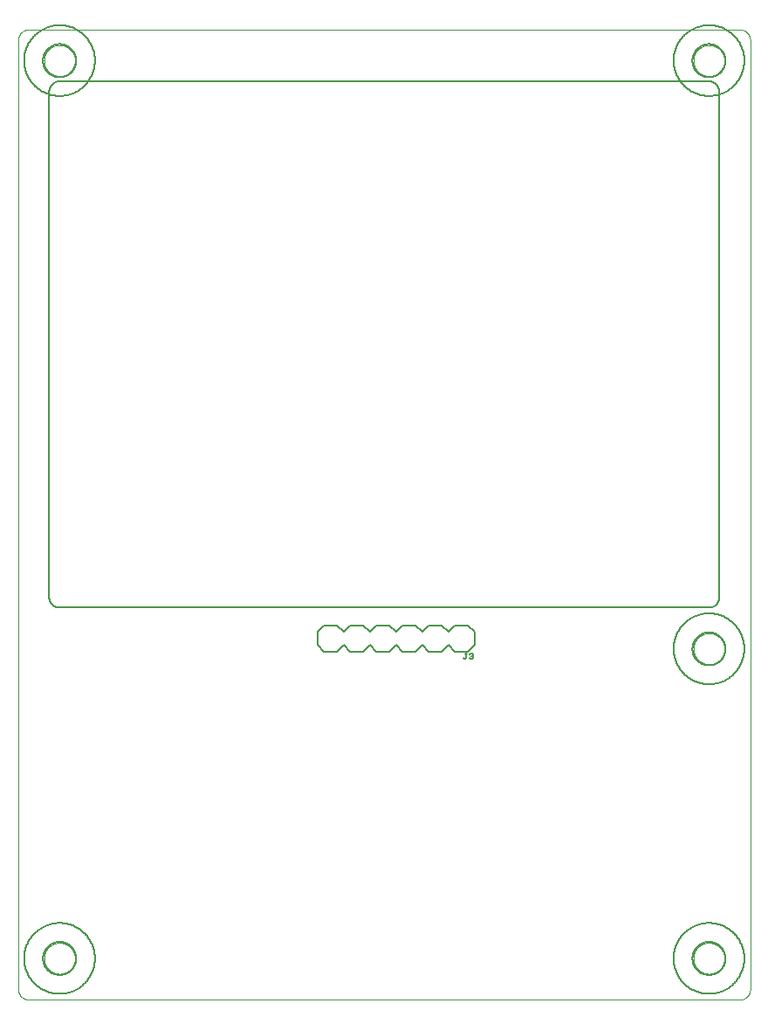
<source format=gto>
G75*
%MOIN*%
%OFA0B0*%
%FSLAX25Y25*%
%IPPOS*%
%LPD*%
%AMOC8*
5,1,8,0,0,1.08239X$1,22.5*
%
%ADD10C,0.00000*%
%ADD11C,0.00600*%
%ADD12R,0.04402X0.00339*%
%ADD13R,0.01354X0.00339*%
%ADD14R,0.00677X0.00339*%
%ADD15R,0.05756X0.00339*%
%ADD16R,0.02709X0.00339*%
%ADD17R,0.01693X0.00339*%
%ADD18R,0.04063X0.00339*%
%ADD19R,0.02370X0.00339*%
%ADD20R,0.03047X0.00339*%
%ADD21R,0.01016X0.00339*%
%ADD22R,0.00339X0.00339*%
%ADD23R,0.03386X0.00339*%
%ADD24R,0.05417X0.00339*%
%ADD25R,0.02031X0.00339*%
%ADD26R,0.04740X0.00339*%
%ADD27R,0.05079X0.00339*%
%ADD28R,0.03724X0.00339*%
%ADD29R,0.10496X0.00339*%
%ADD30R,0.09142X0.00339*%
%ADD31R,0.07449X0.00339*%
%ADD32R,0.08803X0.00339*%
%ADD33R,0.07787X0.00339*%
%ADD34R,0.07110X0.00339*%
%ADD35R,0.10835X0.00339*%
%ADD36R,0.06772X0.00339*%
%ADD37R,0.08465X0.00339*%
%ADD38R,0.08126X0.00339*%
%ADD39C,0.00800*%
%ADD40C,0.00500*%
D10*
X0005437Y0002252D02*
X0277091Y0002252D01*
X0277215Y0002254D01*
X0277338Y0002260D01*
X0277462Y0002269D01*
X0277584Y0002283D01*
X0277707Y0002300D01*
X0277829Y0002322D01*
X0277950Y0002347D01*
X0278070Y0002376D01*
X0278189Y0002408D01*
X0278308Y0002445D01*
X0278425Y0002485D01*
X0278540Y0002528D01*
X0278655Y0002576D01*
X0278767Y0002627D01*
X0278878Y0002681D01*
X0278988Y0002739D01*
X0279095Y0002800D01*
X0279201Y0002865D01*
X0279304Y0002933D01*
X0279405Y0003004D01*
X0279504Y0003078D01*
X0279601Y0003155D01*
X0279695Y0003236D01*
X0279786Y0003319D01*
X0279875Y0003405D01*
X0279961Y0003494D01*
X0280044Y0003585D01*
X0280125Y0003679D01*
X0280202Y0003776D01*
X0280276Y0003875D01*
X0280347Y0003976D01*
X0280415Y0004079D01*
X0280480Y0004185D01*
X0280541Y0004292D01*
X0280599Y0004402D01*
X0280653Y0004513D01*
X0280704Y0004625D01*
X0280752Y0004740D01*
X0280795Y0004855D01*
X0280835Y0004972D01*
X0280872Y0005091D01*
X0280904Y0005210D01*
X0280933Y0005330D01*
X0280958Y0005451D01*
X0280980Y0005573D01*
X0280997Y0005696D01*
X0281011Y0005818D01*
X0281020Y0005942D01*
X0281026Y0006065D01*
X0281028Y0006189D01*
X0281028Y0368394D01*
X0281026Y0368518D01*
X0281020Y0368641D01*
X0281011Y0368765D01*
X0280997Y0368887D01*
X0280980Y0369010D01*
X0280958Y0369132D01*
X0280933Y0369253D01*
X0280904Y0369373D01*
X0280872Y0369492D01*
X0280835Y0369611D01*
X0280795Y0369728D01*
X0280752Y0369843D01*
X0280704Y0369958D01*
X0280653Y0370070D01*
X0280599Y0370181D01*
X0280541Y0370291D01*
X0280480Y0370398D01*
X0280415Y0370504D01*
X0280347Y0370607D01*
X0280276Y0370708D01*
X0280202Y0370807D01*
X0280125Y0370904D01*
X0280044Y0370998D01*
X0279961Y0371089D01*
X0279875Y0371178D01*
X0279786Y0371264D01*
X0279695Y0371347D01*
X0279601Y0371428D01*
X0279504Y0371505D01*
X0279405Y0371579D01*
X0279304Y0371650D01*
X0279201Y0371718D01*
X0279095Y0371783D01*
X0278988Y0371844D01*
X0278878Y0371902D01*
X0278767Y0371956D01*
X0278655Y0372007D01*
X0278540Y0372055D01*
X0278425Y0372098D01*
X0278308Y0372138D01*
X0278189Y0372175D01*
X0278070Y0372207D01*
X0277950Y0372236D01*
X0277829Y0372261D01*
X0277707Y0372283D01*
X0277584Y0372300D01*
X0277462Y0372314D01*
X0277338Y0372323D01*
X0277215Y0372329D01*
X0277091Y0372331D01*
X0005437Y0372331D01*
X0005313Y0372329D01*
X0005190Y0372323D01*
X0005066Y0372314D01*
X0004944Y0372300D01*
X0004821Y0372283D01*
X0004699Y0372261D01*
X0004578Y0372236D01*
X0004458Y0372207D01*
X0004339Y0372175D01*
X0004220Y0372138D01*
X0004103Y0372098D01*
X0003988Y0372055D01*
X0003873Y0372007D01*
X0003761Y0371956D01*
X0003650Y0371902D01*
X0003540Y0371844D01*
X0003433Y0371783D01*
X0003327Y0371718D01*
X0003224Y0371650D01*
X0003123Y0371579D01*
X0003024Y0371505D01*
X0002927Y0371428D01*
X0002833Y0371347D01*
X0002742Y0371264D01*
X0002653Y0371178D01*
X0002567Y0371089D01*
X0002484Y0370998D01*
X0002403Y0370904D01*
X0002326Y0370807D01*
X0002252Y0370708D01*
X0002181Y0370607D01*
X0002113Y0370504D01*
X0002048Y0370398D01*
X0001987Y0370291D01*
X0001929Y0370181D01*
X0001875Y0370070D01*
X0001824Y0369958D01*
X0001776Y0369843D01*
X0001733Y0369728D01*
X0001693Y0369611D01*
X0001656Y0369492D01*
X0001624Y0369373D01*
X0001595Y0369253D01*
X0001570Y0369132D01*
X0001548Y0369010D01*
X0001531Y0368887D01*
X0001517Y0368765D01*
X0001508Y0368641D01*
X0001502Y0368518D01*
X0001500Y0368394D01*
X0001500Y0006189D01*
X0001502Y0006065D01*
X0001508Y0005942D01*
X0001517Y0005818D01*
X0001531Y0005696D01*
X0001548Y0005573D01*
X0001570Y0005451D01*
X0001595Y0005330D01*
X0001624Y0005210D01*
X0001656Y0005091D01*
X0001693Y0004972D01*
X0001733Y0004855D01*
X0001776Y0004740D01*
X0001824Y0004625D01*
X0001875Y0004513D01*
X0001929Y0004402D01*
X0001987Y0004292D01*
X0002048Y0004185D01*
X0002113Y0004079D01*
X0002181Y0003976D01*
X0002252Y0003875D01*
X0002326Y0003776D01*
X0002403Y0003679D01*
X0002484Y0003585D01*
X0002567Y0003494D01*
X0002653Y0003405D01*
X0002742Y0003319D01*
X0002833Y0003236D01*
X0002927Y0003155D01*
X0003024Y0003078D01*
X0003123Y0003004D01*
X0003224Y0002933D01*
X0003327Y0002865D01*
X0003433Y0002800D01*
X0003540Y0002739D01*
X0003650Y0002681D01*
X0003761Y0002627D01*
X0003873Y0002576D01*
X0003988Y0002528D01*
X0004103Y0002485D01*
X0004220Y0002445D01*
X0004339Y0002408D01*
X0004458Y0002376D01*
X0004578Y0002347D01*
X0004699Y0002322D01*
X0004821Y0002300D01*
X0004944Y0002283D01*
X0005066Y0002269D01*
X0005190Y0002260D01*
X0005313Y0002254D01*
X0005437Y0002252D01*
X0011342Y0018000D02*
X0011344Y0018153D01*
X0011350Y0018307D01*
X0011360Y0018460D01*
X0011374Y0018612D01*
X0011392Y0018765D01*
X0011414Y0018916D01*
X0011439Y0019067D01*
X0011469Y0019218D01*
X0011503Y0019368D01*
X0011540Y0019516D01*
X0011581Y0019664D01*
X0011626Y0019810D01*
X0011675Y0019956D01*
X0011728Y0020100D01*
X0011784Y0020242D01*
X0011844Y0020383D01*
X0011908Y0020523D01*
X0011975Y0020661D01*
X0012046Y0020797D01*
X0012121Y0020931D01*
X0012198Y0021063D01*
X0012280Y0021193D01*
X0012364Y0021321D01*
X0012452Y0021447D01*
X0012543Y0021570D01*
X0012637Y0021691D01*
X0012735Y0021809D01*
X0012835Y0021925D01*
X0012939Y0022038D01*
X0013045Y0022149D01*
X0013154Y0022257D01*
X0013266Y0022362D01*
X0013380Y0022463D01*
X0013498Y0022562D01*
X0013617Y0022658D01*
X0013739Y0022751D01*
X0013864Y0022840D01*
X0013991Y0022927D01*
X0014120Y0023009D01*
X0014251Y0023089D01*
X0014384Y0023165D01*
X0014519Y0023238D01*
X0014656Y0023307D01*
X0014795Y0023372D01*
X0014935Y0023434D01*
X0015077Y0023492D01*
X0015220Y0023547D01*
X0015365Y0023598D01*
X0015511Y0023645D01*
X0015658Y0023688D01*
X0015806Y0023727D01*
X0015955Y0023763D01*
X0016105Y0023794D01*
X0016256Y0023822D01*
X0016407Y0023846D01*
X0016560Y0023866D01*
X0016712Y0023882D01*
X0016865Y0023894D01*
X0017018Y0023902D01*
X0017171Y0023906D01*
X0017325Y0023906D01*
X0017478Y0023902D01*
X0017631Y0023894D01*
X0017784Y0023882D01*
X0017936Y0023866D01*
X0018089Y0023846D01*
X0018240Y0023822D01*
X0018391Y0023794D01*
X0018541Y0023763D01*
X0018690Y0023727D01*
X0018838Y0023688D01*
X0018985Y0023645D01*
X0019131Y0023598D01*
X0019276Y0023547D01*
X0019419Y0023492D01*
X0019561Y0023434D01*
X0019701Y0023372D01*
X0019840Y0023307D01*
X0019977Y0023238D01*
X0020112Y0023165D01*
X0020245Y0023089D01*
X0020376Y0023009D01*
X0020505Y0022927D01*
X0020632Y0022840D01*
X0020757Y0022751D01*
X0020879Y0022658D01*
X0020998Y0022562D01*
X0021116Y0022463D01*
X0021230Y0022362D01*
X0021342Y0022257D01*
X0021451Y0022149D01*
X0021557Y0022038D01*
X0021661Y0021925D01*
X0021761Y0021809D01*
X0021859Y0021691D01*
X0021953Y0021570D01*
X0022044Y0021447D01*
X0022132Y0021321D01*
X0022216Y0021193D01*
X0022298Y0021063D01*
X0022375Y0020931D01*
X0022450Y0020797D01*
X0022521Y0020661D01*
X0022588Y0020523D01*
X0022652Y0020383D01*
X0022712Y0020242D01*
X0022768Y0020100D01*
X0022821Y0019956D01*
X0022870Y0019810D01*
X0022915Y0019664D01*
X0022956Y0019516D01*
X0022993Y0019368D01*
X0023027Y0019218D01*
X0023057Y0019067D01*
X0023082Y0018916D01*
X0023104Y0018765D01*
X0023122Y0018612D01*
X0023136Y0018460D01*
X0023146Y0018307D01*
X0023152Y0018153D01*
X0023154Y0018000D01*
X0023152Y0017847D01*
X0023146Y0017693D01*
X0023136Y0017540D01*
X0023122Y0017388D01*
X0023104Y0017235D01*
X0023082Y0017084D01*
X0023057Y0016933D01*
X0023027Y0016782D01*
X0022993Y0016632D01*
X0022956Y0016484D01*
X0022915Y0016336D01*
X0022870Y0016190D01*
X0022821Y0016044D01*
X0022768Y0015900D01*
X0022712Y0015758D01*
X0022652Y0015617D01*
X0022588Y0015477D01*
X0022521Y0015339D01*
X0022450Y0015203D01*
X0022375Y0015069D01*
X0022298Y0014937D01*
X0022216Y0014807D01*
X0022132Y0014679D01*
X0022044Y0014553D01*
X0021953Y0014430D01*
X0021859Y0014309D01*
X0021761Y0014191D01*
X0021661Y0014075D01*
X0021557Y0013962D01*
X0021451Y0013851D01*
X0021342Y0013743D01*
X0021230Y0013638D01*
X0021116Y0013537D01*
X0020998Y0013438D01*
X0020879Y0013342D01*
X0020757Y0013249D01*
X0020632Y0013160D01*
X0020505Y0013073D01*
X0020376Y0012991D01*
X0020245Y0012911D01*
X0020112Y0012835D01*
X0019977Y0012762D01*
X0019840Y0012693D01*
X0019701Y0012628D01*
X0019561Y0012566D01*
X0019419Y0012508D01*
X0019276Y0012453D01*
X0019131Y0012402D01*
X0018985Y0012355D01*
X0018838Y0012312D01*
X0018690Y0012273D01*
X0018541Y0012237D01*
X0018391Y0012206D01*
X0018240Y0012178D01*
X0018089Y0012154D01*
X0017936Y0012134D01*
X0017784Y0012118D01*
X0017631Y0012106D01*
X0017478Y0012098D01*
X0017325Y0012094D01*
X0017171Y0012094D01*
X0017018Y0012098D01*
X0016865Y0012106D01*
X0016712Y0012118D01*
X0016560Y0012134D01*
X0016407Y0012154D01*
X0016256Y0012178D01*
X0016105Y0012206D01*
X0015955Y0012237D01*
X0015806Y0012273D01*
X0015658Y0012312D01*
X0015511Y0012355D01*
X0015365Y0012402D01*
X0015220Y0012453D01*
X0015077Y0012508D01*
X0014935Y0012566D01*
X0014795Y0012628D01*
X0014656Y0012693D01*
X0014519Y0012762D01*
X0014384Y0012835D01*
X0014251Y0012911D01*
X0014120Y0012991D01*
X0013991Y0013073D01*
X0013864Y0013160D01*
X0013739Y0013249D01*
X0013617Y0013342D01*
X0013498Y0013438D01*
X0013380Y0013537D01*
X0013266Y0013638D01*
X0013154Y0013743D01*
X0013045Y0013851D01*
X0012939Y0013962D01*
X0012835Y0014075D01*
X0012735Y0014191D01*
X0012637Y0014309D01*
X0012543Y0014430D01*
X0012452Y0014553D01*
X0012364Y0014679D01*
X0012280Y0014807D01*
X0012198Y0014937D01*
X0012121Y0015069D01*
X0012046Y0015203D01*
X0011975Y0015339D01*
X0011908Y0015477D01*
X0011844Y0015617D01*
X0011784Y0015758D01*
X0011728Y0015900D01*
X0011675Y0016044D01*
X0011626Y0016190D01*
X0011581Y0016336D01*
X0011540Y0016484D01*
X0011503Y0016632D01*
X0011469Y0016782D01*
X0011439Y0016933D01*
X0011414Y0017084D01*
X0011392Y0017235D01*
X0011374Y0017388D01*
X0011360Y0017540D01*
X0011350Y0017693D01*
X0011344Y0017847D01*
X0011342Y0018000D01*
X0259374Y0018000D02*
X0259376Y0018153D01*
X0259382Y0018307D01*
X0259392Y0018460D01*
X0259406Y0018612D01*
X0259424Y0018765D01*
X0259446Y0018916D01*
X0259471Y0019067D01*
X0259501Y0019218D01*
X0259535Y0019368D01*
X0259572Y0019516D01*
X0259613Y0019664D01*
X0259658Y0019810D01*
X0259707Y0019956D01*
X0259760Y0020100D01*
X0259816Y0020242D01*
X0259876Y0020383D01*
X0259940Y0020523D01*
X0260007Y0020661D01*
X0260078Y0020797D01*
X0260153Y0020931D01*
X0260230Y0021063D01*
X0260312Y0021193D01*
X0260396Y0021321D01*
X0260484Y0021447D01*
X0260575Y0021570D01*
X0260669Y0021691D01*
X0260767Y0021809D01*
X0260867Y0021925D01*
X0260971Y0022038D01*
X0261077Y0022149D01*
X0261186Y0022257D01*
X0261298Y0022362D01*
X0261412Y0022463D01*
X0261530Y0022562D01*
X0261649Y0022658D01*
X0261771Y0022751D01*
X0261896Y0022840D01*
X0262023Y0022927D01*
X0262152Y0023009D01*
X0262283Y0023089D01*
X0262416Y0023165D01*
X0262551Y0023238D01*
X0262688Y0023307D01*
X0262827Y0023372D01*
X0262967Y0023434D01*
X0263109Y0023492D01*
X0263252Y0023547D01*
X0263397Y0023598D01*
X0263543Y0023645D01*
X0263690Y0023688D01*
X0263838Y0023727D01*
X0263987Y0023763D01*
X0264137Y0023794D01*
X0264288Y0023822D01*
X0264439Y0023846D01*
X0264592Y0023866D01*
X0264744Y0023882D01*
X0264897Y0023894D01*
X0265050Y0023902D01*
X0265203Y0023906D01*
X0265357Y0023906D01*
X0265510Y0023902D01*
X0265663Y0023894D01*
X0265816Y0023882D01*
X0265968Y0023866D01*
X0266121Y0023846D01*
X0266272Y0023822D01*
X0266423Y0023794D01*
X0266573Y0023763D01*
X0266722Y0023727D01*
X0266870Y0023688D01*
X0267017Y0023645D01*
X0267163Y0023598D01*
X0267308Y0023547D01*
X0267451Y0023492D01*
X0267593Y0023434D01*
X0267733Y0023372D01*
X0267872Y0023307D01*
X0268009Y0023238D01*
X0268144Y0023165D01*
X0268277Y0023089D01*
X0268408Y0023009D01*
X0268537Y0022927D01*
X0268664Y0022840D01*
X0268789Y0022751D01*
X0268911Y0022658D01*
X0269030Y0022562D01*
X0269148Y0022463D01*
X0269262Y0022362D01*
X0269374Y0022257D01*
X0269483Y0022149D01*
X0269589Y0022038D01*
X0269693Y0021925D01*
X0269793Y0021809D01*
X0269891Y0021691D01*
X0269985Y0021570D01*
X0270076Y0021447D01*
X0270164Y0021321D01*
X0270248Y0021193D01*
X0270330Y0021063D01*
X0270407Y0020931D01*
X0270482Y0020797D01*
X0270553Y0020661D01*
X0270620Y0020523D01*
X0270684Y0020383D01*
X0270744Y0020242D01*
X0270800Y0020100D01*
X0270853Y0019956D01*
X0270902Y0019810D01*
X0270947Y0019664D01*
X0270988Y0019516D01*
X0271025Y0019368D01*
X0271059Y0019218D01*
X0271089Y0019067D01*
X0271114Y0018916D01*
X0271136Y0018765D01*
X0271154Y0018612D01*
X0271168Y0018460D01*
X0271178Y0018307D01*
X0271184Y0018153D01*
X0271186Y0018000D01*
X0271184Y0017847D01*
X0271178Y0017693D01*
X0271168Y0017540D01*
X0271154Y0017388D01*
X0271136Y0017235D01*
X0271114Y0017084D01*
X0271089Y0016933D01*
X0271059Y0016782D01*
X0271025Y0016632D01*
X0270988Y0016484D01*
X0270947Y0016336D01*
X0270902Y0016190D01*
X0270853Y0016044D01*
X0270800Y0015900D01*
X0270744Y0015758D01*
X0270684Y0015617D01*
X0270620Y0015477D01*
X0270553Y0015339D01*
X0270482Y0015203D01*
X0270407Y0015069D01*
X0270330Y0014937D01*
X0270248Y0014807D01*
X0270164Y0014679D01*
X0270076Y0014553D01*
X0269985Y0014430D01*
X0269891Y0014309D01*
X0269793Y0014191D01*
X0269693Y0014075D01*
X0269589Y0013962D01*
X0269483Y0013851D01*
X0269374Y0013743D01*
X0269262Y0013638D01*
X0269148Y0013537D01*
X0269030Y0013438D01*
X0268911Y0013342D01*
X0268789Y0013249D01*
X0268664Y0013160D01*
X0268537Y0013073D01*
X0268408Y0012991D01*
X0268277Y0012911D01*
X0268144Y0012835D01*
X0268009Y0012762D01*
X0267872Y0012693D01*
X0267733Y0012628D01*
X0267593Y0012566D01*
X0267451Y0012508D01*
X0267308Y0012453D01*
X0267163Y0012402D01*
X0267017Y0012355D01*
X0266870Y0012312D01*
X0266722Y0012273D01*
X0266573Y0012237D01*
X0266423Y0012206D01*
X0266272Y0012178D01*
X0266121Y0012154D01*
X0265968Y0012134D01*
X0265816Y0012118D01*
X0265663Y0012106D01*
X0265510Y0012098D01*
X0265357Y0012094D01*
X0265203Y0012094D01*
X0265050Y0012098D01*
X0264897Y0012106D01*
X0264744Y0012118D01*
X0264592Y0012134D01*
X0264439Y0012154D01*
X0264288Y0012178D01*
X0264137Y0012206D01*
X0263987Y0012237D01*
X0263838Y0012273D01*
X0263690Y0012312D01*
X0263543Y0012355D01*
X0263397Y0012402D01*
X0263252Y0012453D01*
X0263109Y0012508D01*
X0262967Y0012566D01*
X0262827Y0012628D01*
X0262688Y0012693D01*
X0262551Y0012762D01*
X0262416Y0012835D01*
X0262283Y0012911D01*
X0262152Y0012991D01*
X0262023Y0013073D01*
X0261896Y0013160D01*
X0261771Y0013249D01*
X0261649Y0013342D01*
X0261530Y0013438D01*
X0261412Y0013537D01*
X0261298Y0013638D01*
X0261186Y0013743D01*
X0261077Y0013851D01*
X0260971Y0013962D01*
X0260867Y0014075D01*
X0260767Y0014191D01*
X0260669Y0014309D01*
X0260575Y0014430D01*
X0260484Y0014553D01*
X0260396Y0014679D01*
X0260312Y0014807D01*
X0260230Y0014937D01*
X0260153Y0015069D01*
X0260078Y0015203D01*
X0260007Y0015339D01*
X0259940Y0015477D01*
X0259876Y0015617D01*
X0259816Y0015758D01*
X0259760Y0015900D01*
X0259707Y0016044D01*
X0259658Y0016190D01*
X0259613Y0016336D01*
X0259572Y0016484D01*
X0259535Y0016632D01*
X0259501Y0016782D01*
X0259471Y0016933D01*
X0259446Y0017084D01*
X0259424Y0017235D01*
X0259406Y0017388D01*
X0259392Y0017540D01*
X0259382Y0017693D01*
X0259376Y0017847D01*
X0259374Y0018000D01*
X0259374Y0136110D02*
X0259376Y0136263D01*
X0259382Y0136417D01*
X0259392Y0136570D01*
X0259406Y0136722D01*
X0259424Y0136875D01*
X0259446Y0137026D01*
X0259471Y0137177D01*
X0259501Y0137328D01*
X0259535Y0137478D01*
X0259572Y0137626D01*
X0259613Y0137774D01*
X0259658Y0137920D01*
X0259707Y0138066D01*
X0259760Y0138210D01*
X0259816Y0138352D01*
X0259876Y0138493D01*
X0259940Y0138633D01*
X0260007Y0138771D01*
X0260078Y0138907D01*
X0260153Y0139041D01*
X0260230Y0139173D01*
X0260312Y0139303D01*
X0260396Y0139431D01*
X0260484Y0139557D01*
X0260575Y0139680D01*
X0260669Y0139801D01*
X0260767Y0139919D01*
X0260867Y0140035D01*
X0260971Y0140148D01*
X0261077Y0140259D01*
X0261186Y0140367D01*
X0261298Y0140472D01*
X0261412Y0140573D01*
X0261530Y0140672D01*
X0261649Y0140768D01*
X0261771Y0140861D01*
X0261896Y0140950D01*
X0262023Y0141037D01*
X0262152Y0141119D01*
X0262283Y0141199D01*
X0262416Y0141275D01*
X0262551Y0141348D01*
X0262688Y0141417D01*
X0262827Y0141482D01*
X0262967Y0141544D01*
X0263109Y0141602D01*
X0263252Y0141657D01*
X0263397Y0141708D01*
X0263543Y0141755D01*
X0263690Y0141798D01*
X0263838Y0141837D01*
X0263987Y0141873D01*
X0264137Y0141904D01*
X0264288Y0141932D01*
X0264439Y0141956D01*
X0264592Y0141976D01*
X0264744Y0141992D01*
X0264897Y0142004D01*
X0265050Y0142012D01*
X0265203Y0142016D01*
X0265357Y0142016D01*
X0265510Y0142012D01*
X0265663Y0142004D01*
X0265816Y0141992D01*
X0265968Y0141976D01*
X0266121Y0141956D01*
X0266272Y0141932D01*
X0266423Y0141904D01*
X0266573Y0141873D01*
X0266722Y0141837D01*
X0266870Y0141798D01*
X0267017Y0141755D01*
X0267163Y0141708D01*
X0267308Y0141657D01*
X0267451Y0141602D01*
X0267593Y0141544D01*
X0267733Y0141482D01*
X0267872Y0141417D01*
X0268009Y0141348D01*
X0268144Y0141275D01*
X0268277Y0141199D01*
X0268408Y0141119D01*
X0268537Y0141037D01*
X0268664Y0140950D01*
X0268789Y0140861D01*
X0268911Y0140768D01*
X0269030Y0140672D01*
X0269148Y0140573D01*
X0269262Y0140472D01*
X0269374Y0140367D01*
X0269483Y0140259D01*
X0269589Y0140148D01*
X0269693Y0140035D01*
X0269793Y0139919D01*
X0269891Y0139801D01*
X0269985Y0139680D01*
X0270076Y0139557D01*
X0270164Y0139431D01*
X0270248Y0139303D01*
X0270330Y0139173D01*
X0270407Y0139041D01*
X0270482Y0138907D01*
X0270553Y0138771D01*
X0270620Y0138633D01*
X0270684Y0138493D01*
X0270744Y0138352D01*
X0270800Y0138210D01*
X0270853Y0138066D01*
X0270902Y0137920D01*
X0270947Y0137774D01*
X0270988Y0137626D01*
X0271025Y0137478D01*
X0271059Y0137328D01*
X0271089Y0137177D01*
X0271114Y0137026D01*
X0271136Y0136875D01*
X0271154Y0136722D01*
X0271168Y0136570D01*
X0271178Y0136417D01*
X0271184Y0136263D01*
X0271186Y0136110D01*
X0271184Y0135957D01*
X0271178Y0135803D01*
X0271168Y0135650D01*
X0271154Y0135498D01*
X0271136Y0135345D01*
X0271114Y0135194D01*
X0271089Y0135043D01*
X0271059Y0134892D01*
X0271025Y0134742D01*
X0270988Y0134594D01*
X0270947Y0134446D01*
X0270902Y0134300D01*
X0270853Y0134154D01*
X0270800Y0134010D01*
X0270744Y0133868D01*
X0270684Y0133727D01*
X0270620Y0133587D01*
X0270553Y0133449D01*
X0270482Y0133313D01*
X0270407Y0133179D01*
X0270330Y0133047D01*
X0270248Y0132917D01*
X0270164Y0132789D01*
X0270076Y0132663D01*
X0269985Y0132540D01*
X0269891Y0132419D01*
X0269793Y0132301D01*
X0269693Y0132185D01*
X0269589Y0132072D01*
X0269483Y0131961D01*
X0269374Y0131853D01*
X0269262Y0131748D01*
X0269148Y0131647D01*
X0269030Y0131548D01*
X0268911Y0131452D01*
X0268789Y0131359D01*
X0268664Y0131270D01*
X0268537Y0131183D01*
X0268408Y0131101D01*
X0268277Y0131021D01*
X0268144Y0130945D01*
X0268009Y0130872D01*
X0267872Y0130803D01*
X0267733Y0130738D01*
X0267593Y0130676D01*
X0267451Y0130618D01*
X0267308Y0130563D01*
X0267163Y0130512D01*
X0267017Y0130465D01*
X0266870Y0130422D01*
X0266722Y0130383D01*
X0266573Y0130347D01*
X0266423Y0130316D01*
X0266272Y0130288D01*
X0266121Y0130264D01*
X0265968Y0130244D01*
X0265816Y0130228D01*
X0265663Y0130216D01*
X0265510Y0130208D01*
X0265357Y0130204D01*
X0265203Y0130204D01*
X0265050Y0130208D01*
X0264897Y0130216D01*
X0264744Y0130228D01*
X0264592Y0130244D01*
X0264439Y0130264D01*
X0264288Y0130288D01*
X0264137Y0130316D01*
X0263987Y0130347D01*
X0263838Y0130383D01*
X0263690Y0130422D01*
X0263543Y0130465D01*
X0263397Y0130512D01*
X0263252Y0130563D01*
X0263109Y0130618D01*
X0262967Y0130676D01*
X0262827Y0130738D01*
X0262688Y0130803D01*
X0262551Y0130872D01*
X0262416Y0130945D01*
X0262283Y0131021D01*
X0262152Y0131101D01*
X0262023Y0131183D01*
X0261896Y0131270D01*
X0261771Y0131359D01*
X0261649Y0131452D01*
X0261530Y0131548D01*
X0261412Y0131647D01*
X0261298Y0131748D01*
X0261186Y0131853D01*
X0261077Y0131961D01*
X0260971Y0132072D01*
X0260867Y0132185D01*
X0260767Y0132301D01*
X0260669Y0132419D01*
X0260575Y0132540D01*
X0260484Y0132663D01*
X0260396Y0132789D01*
X0260312Y0132917D01*
X0260230Y0133047D01*
X0260153Y0133179D01*
X0260078Y0133313D01*
X0260007Y0133449D01*
X0259940Y0133587D01*
X0259876Y0133727D01*
X0259816Y0133868D01*
X0259760Y0134010D01*
X0259707Y0134154D01*
X0259658Y0134300D01*
X0259613Y0134446D01*
X0259572Y0134594D01*
X0259535Y0134742D01*
X0259501Y0134892D01*
X0259471Y0135043D01*
X0259446Y0135194D01*
X0259424Y0135345D01*
X0259406Y0135498D01*
X0259392Y0135650D01*
X0259382Y0135803D01*
X0259376Y0135957D01*
X0259374Y0136110D01*
X0259374Y0360520D02*
X0259376Y0360673D01*
X0259382Y0360827D01*
X0259392Y0360980D01*
X0259406Y0361132D01*
X0259424Y0361285D01*
X0259446Y0361436D01*
X0259471Y0361587D01*
X0259501Y0361738D01*
X0259535Y0361888D01*
X0259572Y0362036D01*
X0259613Y0362184D01*
X0259658Y0362330D01*
X0259707Y0362476D01*
X0259760Y0362620D01*
X0259816Y0362762D01*
X0259876Y0362903D01*
X0259940Y0363043D01*
X0260007Y0363181D01*
X0260078Y0363317D01*
X0260153Y0363451D01*
X0260230Y0363583D01*
X0260312Y0363713D01*
X0260396Y0363841D01*
X0260484Y0363967D01*
X0260575Y0364090D01*
X0260669Y0364211D01*
X0260767Y0364329D01*
X0260867Y0364445D01*
X0260971Y0364558D01*
X0261077Y0364669D01*
X0261186Y0364777D01*
X0261298Y0364882D01*
X0261412Y0364983D01*
X0261530Y0365082D01*
X0261649Y0365178D01*
X0261771Y0365271D01*
X0261896Y0365360D01*
X0262023Y0365447D01*
X0262152Y0365529D01*
X0262283Y0365609D01*
X0262416Y0365685D01*
X0262551Y0365758D01*
X0262688Y0365827D01*
X0262827Y0365892D01*
X0262967Y0365954D01*
X0263109Y0366012D01*
X0263252Y0366067D01*
X0263397Y0366118D01*
X0263543Y0366165D01*
X0263690Y0366208D01*
X0263838Y0366247D01*
X0263987Y0366283D01*
X0264137Y0366314D01*
X0264288Y0366342D01*
X0264439Y0366366D01*
X0264592Y0366386D01*
X0264744Y0366402D01*
X0264897Y0366414D01*
X0265050Y0366422D01*
X0265203Y0366426D01*
X0265357Y0366426D01*
X0265510Y0366422D01*
X0265663Y0366414D01*
X0265816Y0366402D01*
X0265968Y0366386D01*
X0266121Y0366366D01*
X0266272Y0366342D01*
X0266423Y0366314D01*
X0266573Y0366283D01*
X0266722Y0366247D01*
X0266870Y0366208D01*
X0267017Y0366165D01*
X0267163Y0366118D01*
X0267308Y0366067D01*
X0267451Y0366012D01*
X0267593Y0365954D01*
X0267733Y0365892D01*
X0267872Y0365827D01*
X0268009Y0365758D01*
X0268144Y0365685D01*
X0268277Y0365609D01*
X0268408Y0365529D01*
X0268537Y0365447D01*
X0268664Y0365360D01*
X0268789Y0365271D01*
X0268911Y0365178D01*
X0269030Y0365082D01*
X0269148Y0364983D01*
X0269262Y0364882D01*
X0269374Y0364777D01*
X0269483Y0364669D01*
X0269589Y0364558D01*
X0269693Y0364445D01*
X0269793Y0364329D01*
X0269891Y0364211D01*
X0269985Y0364090D01*
X0270076Y0363967D01*
X0270164Y0363841D01*
X0270248Y0363713D01*
X0270330Y0363583D01*
X0270407Y0363451D01*
X0270482Y0363317D01*
X0270553Y0363181D01*
X0270620Y0363043D01*
X0270684Y0362903D01*
X0270744Y0362762D01*
X0270800Y0362620D01*
X0270853Y0362476D01*
X0270902Y0362330D01*
X0270947Y0362184D01*
X0270988Y0362036D01*
X0271025Y0361888D01*
X0271059Y0361738D01*
X0271089Y0361587D01*
X0271114Y0361436D01*
X0271136Y0361285D01*
X0271154Y0361132D01*
X0271168Y0360980D01*
X0271178Y0360827D01*
X0271184Y0360673D01*
X0271186Y0360520D01*
X0271184Y0360367D01*
X0271178Y0360213D01*
X0271168Y0360060D01*
X0271154Y0359908D01*
X0271136Y0359755D01*
X0271114Y0359604D01*
X0271089Y0359453D01*
X0271059Y0359302D01*
X0271025Y0359152D01*
X0270988Y0359004D01*
X0270947Y0358856D01*
X0270902Y0358710D01*
X0270853Y0358564D01*
X0270800Y0358420D01*
X0270744Y0358278D01*
X0270684Y0358137D01*
X0270620Y0357997D01*
X0270553Y0357859D01*
X0270482Y0357723D01*
X0270407Y0357589D01*
X0270330Y0357457D01*
X0270248Y0357327D01*
X0270164Y0357199D01*
X0270076Y0357073D01*
X0269985Y0356950D01*
X0269891Y0356829D01*
X0269793Y0356711D01*
X0269693Y0356595D01*
X0269589Y0356482D01*
X0269483Y0356371D01*
X0269374Y0356263D01*
X0269262Y0356158D01*
X0269148Y0356057D01*
X0269030Y0355958D01*
X0268911Y0355862D01*
X0268789Y0355769D01*
X0268664Y0355680D01*
X0268537Y0355593D01*
X0268408Y0355511D01*
X0268277Y0355431D01*
X0268144Y0355355D01*
X0268009Y0355282D01*
X0267872Y0355213D01*
X0267733Y0355148D01*
X0267593Y0355086D01*
X0267451Y0355028D01*
X0267308Y0354973D01*
X0267163Y0354922D01*
X0267017Y0354875D01*
X0266870Y0354832D01*
X0266722Y0354793D01*
X0266573Y0354757D01*
X0266423Y0354726D01*
X0266272Y0354698D01*
X0266121Y0354674D01*
X0265968Y0354654D01*
X0265816Y0354638D01*
X0265663Y0354626D01*
X0265510Y0354618D01*
X0265357Y0354614D01*
X0265203Y0354614D01*
X0265050Y0354618D01*
X0264897Y0354626D01*
X0264744Y0354638D01*
X0264592Y0354654D01*
X0264439Y0354674D01*
X0264288Y0354698D01*
X0264137Y0354726D01*
X0263987Y0354757D01*
X0263838Y0354793D01*
X0263690Y0354832D01*
X0263543Y0354875D01*
X0263397Y0354922D01*
X0263252Y0354973D01*
X0263109Y0355028D01*
X0262967Y0355086D01*
X0262827Y0355148D01*
X0262688Y0355213D01*
X0262551Y0355282D01*
X0262416Y0355355D01*
X0262283Y0355431D01*
X0262152Y0355511D01*
X0262023Y0355593D01*
X0261896Y0355680D01*
X0261771Y0355769D01*
X0261649Y0355862D01*
X0261530Y0355958D01*
X0261412Y0356057D01*
X0261298Y0356158D01*
X0261186Y0356263D01*
X0261077Y0356371D01*
X0260971Y0356482D01*
X0260867Y0356595D01*
X0260767Y0356711D01*
X0260669Y0356829D01*
X0260575Y0356950D01*
X0260484Y0357073D01*
X0260396Y0357199D01*
X0260312Y0357327D01*
X0260230Y0357457D01*
X0260153Y0357589D01*
X0260078Y0357723D01*
X0260007Y0357859D01*
X0259940Y0357997D01*
X0259876Y0358137D01*
X0259816Y0358278D01*
X0259760Y0358420D01*
X0259707Y0358564D01*
X0259658Y0358710D01*
X0259613Y0358856D01*
X0259572Y0359004D01*
X0259535Y0359152D01*
X0259501Y0359302D01*
X0259471Y0359453D01*
X0259446Y0359604D01*
X0259424Y0359755D01*
X0259406Y0359908D01*
X0259392Y0360060D01*
X0259382Y0360213D01*
X0259376Y0360367D01*
X0259374Y0360520D01*
X0011342Y0360520D02*
X0011344Y0360673D01*
X0011350Y0360827D01*
X0011360Y0360980D01*
X0011374Y0361132D01*
X0011392Y0361285D01*
X0011414Y0361436D01*
X0011439Y0361587D01*
X0011469Y0361738D01*
X0011503Y0361888D01*
X0011540Y0362036D01*
X0011581Y0362184D01*
X0011626Y0362330D01*
X0011675Y0362476D01*
X0011728Y0362620D01*
X0011784Y0362762D01*
X0011844Y0362903D01*
X0011908Y0363043D01*
X0011975Y0363181D01*
X0012046Y0363317D01*
X0012121Y0363451D01*
X0012198Y0363583D01*
X0012280Y0363713D01*
X0012364Y0363841D01*
X0012452Y0363967D01*
X0012543Y0364090D01*
X0012637Y0364211D01*
X0012735Y0364329D01*
X0012835Y0364445D01*
X0012939Y0364558D01*
X0013045Y0364669D01*
X0013154Y0364777D01*
X0013266Y0364882D01*
X0013380Y0364983D01*
X0013498Y0365082D01*
X0013617Y0365178D01*
X0013739Y0365271D01*
X0013864Y0365360D01*
X0013991Y0365447D01*
X0014120Y0365529D01*
X0014251Y0365609D01*
X0014384Y0365685D01*
X0014519Y0365758D01*
X0014656Y0365827D01*
X0014795Y0365892D01*
X0014935Y0365954D01*
X0015077Y0366012D01*
X0015220Y0366067D01*
X0015365Y0366118D01*
X0015511Y0366165D01*
X0015658Y0366208D01*
X0015806Y0366247D01*
X0015955Y0366283D01*
X0016105Y0366314D01*
X0016256Y0366342D01*
X0016407Y0366366D01*
X0016560Y0366386D01*
X0016712Y0366402D01*
X0016865Y0366414D01*
X0017018Y0366422D01*
X0017171Y0366426D01*
X0017325Y0366426D01*
X0017478Y0366422D01*
X0017631Y0366414D01*
X0017784Y0366402D01*
X0017936Y0366386D01*
X0018089Y0366366D01*
X0018240Y0366342D01*
X0018391Y0366314D01*
X0018541Y0366283D01*
X0018690Y0366247D01*
X0018838Y0366208D01*
X0018985Y0366165D01*
X0019131Y0366118D01*
X0019276Y0366067D01*
X0019419Y0366012D01*
X0019561Y0365954D01*
X0019701Y0365892D01*
X0019840Y0365827D01*
X0019977Y0365758D01*
X0020112Y0365685D01*
X0020245Y0365609D01*
X0020376Y0365529D01*
X0020505Y0365447D01*
X0020632Y0365360D01*
X0020757Y0365271D01*
X0020879Y0365178D01*
X0020998Y0365082D01*
X0021116Y0364983D01*
X0021230Y0364882D01*
X0021342Y0364777D01*
X0021451Y0364669D01*
X0021557Y0364558D01*
X0021661Y0364445D01*
X0021761Y0364329D01*
X0021859Y0364211D01*
X0021953Y0364090D01*
X0022044Y0363967D01*
X0022132Y0363841D01*
X0022216Y0363713D01*
X0022298Y0363583D01*
X0022375Y0363451D01*
X0022450Y0363317D01*
X0022521Y0363181D01*
X0022588Y0363043D01*
X0022652Y0362903D01*
X0022712Y0362762D01*
X0022768Y0362620D01*
X0022821Y0362476D01*
X0022870Y0362330D01*
X0022915Y0362184D01*
X0022956Y0362036D01*
X0022993Y0361888D01*
X0023027Y0361738D01*
X0023057Y0361587D01*
X0023082Y0361436D01*
X0023104Y0361285D01*
X0023122Y0361132D01*
X0023136Y0360980D01*
X0023146Y0360827D01*
X0023152Y0360673D01*
X0023154Y0360520D01*
X0023152Y0360367D01*
X0023146Y0360213D01*
X0023136Y0360060D01*
X0023122Y0359908D01*
X0023104Y0359755D01*
X0023082Y0359604D01*
X0023057Y0359453D01*
X0023027Y0359302D01*
X0022993Y0359152D01*
X0022956Y0359004D01*
X0022915Y0358856D01*
X0022870Y0358710D01*
X0022821Y0358564D01*
X0022768Y0358420D01*
X0022712Y0358278D01*
X0022652Y0358137D01*
X0022588Y0357997D01*
X0022521Y0357859D01*
X0022450Y0357723D01*
X0022375Y0357589D01*
X0022298Y0357457D01*
X0022216Y0357327D01*
X0022132Y0357199D01*
X0022044Y0357073D01*
X0021953Y0356950D01*
X0021859Y0356829D01*
X0021761Y0356711D01*
X0021661Y0356595D01*
X0021557Y0356482D01*
X0021451Y0356371D01*
X0021342Y0356263D01*
X0021230Y0356158D01*
X0021116Y0356057D01*
X0020998Y0355958D01*
X0020879Y0355862D01*
X0020757Y0355769D01*
X0020632Y0355680D01*
X0020505Y0355593D01*
X0020376Y0355511D01*
X0020245Y0355431D01*
X0020112Y0355355D01*
X0019977Y0355282D01*
X0019840Y0355213D01*
X0019701Y0355148D01*
X0019561Y0355086D01*
X0019419Y0355028D01*
X0019276Y0354973D01*
X0019131Y0354922D01*
X0018985Y0354875D01*
X0018838Y0354832D01*
X0018690Y0354793D01*
X0018541Y0354757D01*
X0018391Y0354726D01*
X0018240Y0354698D01*
X0018089Y0354674D01*
X0017936Y0354654D01*
X0017784Y0354638D01*
X0017631Y0354626D01*
X0017478Y0354618D01*
X0017325Y0354614D01*
X0017171Y0354614D01*
X0017018Y0354618D01*
X0016865Y0354626D01*
X0016712Y0354638D01*
X0016560Y0354654D01*
X0016407Y0354674D01*
X0016256Y0354698D01*
X0016105Y0354726D01*
X0015955Y0354757D01*
X0015806Y0354793D01*
X0015658Y0354832D01*
X0015511Y0354875D01*
X0015365Y0354922D01*
X0015220Y0354973D01*
X0015077Y0355028D01*
X0014935Y0355086D01*
X0014795Y0355148D01*
X0014656Y0355213D01*
X0014519Y0355282D01*
X0014384Y0355355D01*
X0014251Y0355431D01*
X0014120Y0355511D01*
X0013991Y0355593D01*
X0013864Y0355680D01*
X0013739Y0355769D01*
X0013617Y0355862D01*
X0013498Y0355958D01*
X0013380Y0356057D01*
X0013266Y0356158D01*
X0013154Y0356263D01*
X0013045Y0356371D01*
X0012939Y0356482D01*
X0012835Y0356595D01*
X0012735Y0356711D01*
X0012637Y0356829D01*
X0012543Y0356950D01*
X0012452Y0357073D01*
X0012364Y0357199D01*
X0012280Y0357327D01*
X0012198Y0357457D01*
X0012121Y0357589D01*
X0012046Y0357723D01*
X0011975Y0357859D01*
X0011908Y0357997D01*
X0011844Y0358137D01*
X0011784Y0358278D01*
X0011728Y0358420D01*
X0011675Y0358564D01*
X0011626Y0358710D01*
X0011581Y0358856D01*
X0011540Y0359004D01*
X0011503Y0359152D01*
X0011469Y0359302D01*
X0011439Y0359453D01*
X0011414Y0359604D01*
X0011392Y0359755D01*
X0011374Y0359908D01*
X0011360Y0360060D01*
X0011350Y0360213D01*
X0011344Y0360367D01*
X0011342Y0360520D01*
D11*
X0003748Y0360520D02*
X0003752Y0360851D01*
X0003764Y0361182D01*
X0003785Y0361513D01*
X0003813Y0361843D01*
X0003850Y0362173D01*
X0003894Y0362501D01*
X0003947Y0362828D01*
X0004007Y0363154D01*
X0004076Y0363478D01*
X0004153Y0363800D01*
X0004237Y0364121D01*
X0004329Y0364439D01*
X0004429Y0364755D01*
X0004537Y0365068D01*
X0004653Y0365379D01*
X0004776Y0365686D01*
X0004906Y0365991D01*
X0005044Y0366292D01*
X0005189Y0366590D01*
X0005342Y0366884D01*
X0005502Y0367174D01*
X0005669Y0367460D01*
X0005842Y0367742D01*
X0006023Y0368020D01*
X0006211Y0368293D01*
X0006405Y0368562D01*
X0006605Y0368826D01*
X0006812Y0369084D01*
X0007026Y0369338D01*
X0007245Y0369586D01*
X0007471Y0369829D01*
X0007702Y0370066D01*
X0007939Y0370297D01*
X0008182Y0370523D01*
X0008430Y0370742D01*
X0008684Y0370956D01*
X0008942Y0371163D01*
X0009206Y0371363D01*
X0009475Y0371557D01*
X0009748Y0371745D01*
X0010026Y0371926D01*
X0010308Y0372099D01*
X0010594Y0372266D01*
X0010884Y0372426D01*
X0011178Y0372579D01*
X0011476Y0372724D01*
X0011777Y0372862D01*
X0012082Y0372992D01*
X0012389Y0373115D01*
X0012700Y0373231D01*
X0013013Y0373339D01*
X0013329Y0373439D01*
X0013647Y0373531D01*
X0013968Y0373615D01*
X0014290Y0373692D01*
X0014614Y0373761D01*
X0014940Y0373821D01*
X0015267Y0373874D01*
X0015595Y0373918D01*
X0015925Y0373955D01*
X0016255Y0373983D01*
X0016586Y0374004D01*
X0016917Y0374016D01*
X0017248Y0374020D01*
X0017579Y0374016D01*
X0017910Y0374004D01*
X0018241Y0373983D01*
X0018571Y0373955D01*
X0018901Y0373918D01*
X0019229Y0373874D01*
X0019556Y0373821D01*
X0019882Y0373761D01*
X0020206Y0373692D01*
X0020528Y0373615D01*
X0020849Y0373531D01*
X0021167Y0373439D01*
X0021483Y0373339D01*
X0021796Y0373231D01*
X0022107Y0373115D01*
X0022414Y0372992D01*
X0022719Y0372862D01*
X0023020Y0372724D01*
X0023318Y0372579D01*
X0023612Y0372426D01*
X0023902Y0372266D01*
X0024188Y0372099D01*
X0024470Y0371926D01*
X0024748Y0371745D01*
X0025021Y0371557D01*
X0025290Y0371363D01*
X0025554Y0371163D01*
X0025812Y0370956D01*
X0026066Y0370742D01*
X0026314Y0370523D01*
X0026557Y0370297D01*
X0026794Y0370066D01*
X0027025Y0369829D01*
X0027251Y0369586D01*
X0027470Y0369338D01*
X0027684Y0369084D01*
X0027891Y0368826D01*
X0028091Y0368562D01*
X0028285Y0368293D01*
X0028473Y0368020D01*
X0028654Y0367742D01*
X0028827Y0367460D01*
X0028994Y0367174D01*
X0029154Y0366884D01*
X0029307Y0366590D01*
X0029452Y0366292D01*
X0029590Y0365991D01*
X0029720Y0365686D01*
X0029843Y0365379D01*
X0029959Y0365068D01*
X0030067Y0364755D01*
X0030167Y0364439D01*
X0030259Y0364121D01*
X0030343Y0363800D01*
X0030420Y0363478D01*
X0030489Y0363154D01*
X0030549Y0362828D01*
X0030602Y0362501D01*
X0030646Y0362173D01*
X0030683Y0361843D01*
X0030711Y0361513D01*
X0030732Y0361182D01*
X0030744Y0360851D01*
X0030748Y0360520D01*
X0030744Y0360189D01*
X0030732Y0359858D01*
X0030711Y0359527D01*
X0030683Y0359197D01*
X0030646Y0358867D01*
X0030602Y0358539D01*
X0030549Y0358212D01*
X0030489Y0357886D01*
X0030420Y0357562D01*
X0030343Y0357240D01*
X0030259Y0356919D01*
X0030167Y0356601D01*
X0030067Y0356285D01*
X0029959Y0355972D01*
X0029843Y0355661D01*
X0029720Y0355354D01*
X0029590Y0355049D01*
X0029452Y0354748D01*
X0029307Y0354450D01*
X0029154Y0354156D01*
X0028994Y0353866D01*
X0028827Y0353580D01*
X0028654Y0353298D01*
X0028473Y0353020D01*
X0028285Y0352747D01*
X0028091Y0352478D01*
X0027891Y0352214D01*
X0027684Y0351956D01*
X0027470Y0351702D01*
X0027251Y0351454D01*
X0027025Y0351211D01*
X0026794Y0350974D01*
X0026557Y0350743D01*
X0026314Y0350517D01*
X0026066Y0350298D01*
X0025812Y0350084D01*
X0025554Y0349877D01*
X0025290Y0349677D01*
X0025021Y0349483D01*
X0024748Y0349295D01*
X0024470Y0349114D01*
X0024188Y0348941D01*
X0023902Y0348774D01*
X0023612Y0348614D01*
X0023318Y0348461D01*
X0023020Y0348316D01*
X0022719Y0348178D01*
X0022414Y0348048D01*
X0022107Y0347925D01*
X0021796Y0347809D01*
X0021483Y0347701D01*
X0021167Y0347601D01*
X0020849Y0347509D01*
X0020528Y0347425D01*
X0020206Y0347348D01*
X0019882Y0347279D01*
X0019556Y0347219D01*
X0019229Y0347166D01*
X0018901Y0347122D01*
X0018571Y0347085D01*
X0018241Y0347057D01*
X0017910Y0347036D01*
X0017579Y0347024D01*
X0017248Y0347020D01*
X0016917Y0347024D01*
X0016586Y0347036D01*
X0016255Y0347057D01*
X0015925Y0347085D01*
X0015595Y0347122D01*
X0015267Y0347166D01*
X0014940Y0347219D01*
X0014614Y0347279D01*
X0014290Y0347348D01*
X0013968Y0347425D01*
X0013647Y0347509D01*
X0013329Y0347601D01*
X0013013Y0347701D01*
X0012700Y0347809D01*
X0012389Y0347925D01*
X0012082Y0348048D01*
X0011777Y0348178D01*
X0011476Y0348316D01*
X0011178Y0348461D01*
X0010884Y0348614D01*
X0010594Y0348774D01*
X0010308Y0348941D01*
X0010026Y0349114D01*
X0009748Y0349295D01*
X0009475Y0349483D01*
X0009206Y0349677D01*
X0008942Y0349877D01*
X0008684Y0350084D01*
X0008430Y0350298D01*
X0008182Y0350517D01*
X0007939Y0350743D01*
X0007702Y0350974D01*
X0007471Y0351211D01*
X0007245Y0351454D01*
X0007026Y0351702D01*
X0006812Y0351956D01*
X0006605Y0352214D01*
X0006405Y0352478D01*
X0006211Y0352747D01*
X0006023Y0353020D01*
X0005842Y0353298D01*
X0005669Y0353580D01*
X0005502Y0353866D01*
X0005342Y0354156D01*
X0005189Y0354450D01*
X0005044Y0354748D01*
X0004906Y0355049D01*
X0004776Y0355354D01*
X0004653Y0355661D01*
X0004537Y0355972D01*
X0004429Y0356285D01*
X0004329Y0356601D01*
X0004237Y0356919D01*
X0004153Y0357240D01*
X0004076Y0357562D01*
X0004007Y0357886D01*
X0003947Y0358212D01*
X0003894Y0358539D01*
X0003850Y0358867D01*
X0003813Y0359197D01*
X0003785Y0359527D01*
X0003764Y0359858D01*
X0003752Y0360189D01*
X0003748Y0360520D01*
X0013311Y0348709D02*
X0013311Y0155795D01*
X0013313Y0155671D01*
X0013319Y0155548D01*
X0013328Y0155424D01*
X0013342Y0155302D01*
X0013359Y0155179D01*
X0013381Y0155057D01*
X0013406Y0154936D01*
X0013435Y0154816D01*
X0013467Y0154697D01*
X0013504Y0154578D01*
X0013544Y0154461D01*
X0013587Y0154346D01*
X0013635Y0154231D01*
X0013686Y0154119D01*
X0013740Y0154008D01*
X0013798Y0153898D01*
X0013859Y0153791D01*
X0013924Y0153685D01*
X0013992Y0153582D01*
X0014063Y0153481D01*
X0014137Y0153382D01*
X0014214Y0153285D01*
X0014295Y0153191D01*
X0014378Y0153100D01*
X0014464Y0153011D01*
X0014553Y0152925D01*
X0014644Y0152842D01*
X0014738Y0152761D01*
X0014835Y0152684D01*
X0014934Y0152610D01*
X0015035Y0152539D01*
X0015138Y0152471D01*
X0015244Y0152406D01*
X0015351Y0152345D01*
X0015461Y0152287D01*
X0015572Y0152233D01*
X0015684Y0152182D01*
X0015799Y0152134D01*
X0015914Y0152091D01*
X0016031Y0152051D01*
X0016150Y0152014D01*
X0016269Y0151982D01*
X0016389Y0151953D01*
X0016510Y0151928D01*
X0016632Y0151906D01*
X0016755Y0151889D01*
X0016877Y0151875D01*
X0017001Y0151866D01*
X0017124Y0151860D01*
X0017248Y0151858D01*
X0265280Y0151858D01*
X0265404Y0151860D01*
X0265527Y0151866D01*
X0265651Y0151875D01*
X0265773Y0151889D01*
X0265896Y0151906D01*
X0266018Y0151928D01*
X0266139Y0151953D01*
X0266259Y0151982D01*
X0266378Y0152014D01*
X0266497Y0152051D01*
X0266614Y0152091D01*
X0266729Y0152134D01*
X0266844Y0152182D01*
X0266956Y0152233D01*
X0267067Y0152287D01*
X0267177Y0152345D01*
X0267284Y0152406D01*
X0267390Y0152471D01*
X0267493Y0152539D01*
X0267594Y0152610D01*
X0267693Y0152684D01*
X0267790Y0152761D01*
X0267884Y0152842D01*
X0267975Y0152925D01*
X0268064Y0153011D01*
X0268150Y0153100D01*
X0268233Y0153191D01*
X0268314Y0153285D01*
X0268391Y0153382D01*
X0268465Y0153481D01*
X0268536Y0153582D01*
X0268604Y0153685D01*
X0268669Y0153791D01*
X0268730Y0153898D01*
X0268788Y0154008D01*
X0268842Y0154119D01*
X0268893Y0154231D01*
X0268941Y0154346D01*
X0268984Y0154461D01*
X0269024Y0154578D01*
X0269061Y0154697D01*
X0269093Y0154816D01*
X0269122Y0154936D01*
X0269147Y0155057D01*
X0269169Y0155179D01*
X0269186Y0155302D01*
X0269200Y0155424D01*
X0269209Y0155548D01*
X0269215Y0155671D01*
X0269217Y0155795D01*
X0269217Y0348709D01*
X0269215Y0348833D01*
X0269209Y0348956D01*
X0269200Y0349080D01*
X0269186Y0349202D01*
X0269169Y0349325D01*
X0269147Y0349447D01*
X0269122Y0349568D01*
X0269093Y0349688D01*
X0269061Y0349807D01*
X0269024Y0349926D01*
X0268984Y0350043D01*
X0268941Y0350158D01*
X0268893Y0350273D01*
X0268842Y0350385D01*
X0268788Y0350496D01*
X0268730Y0350606D01*
X0268669Y0350713D01*
X0268604Y0350819D01*
X0268536Y0350922D01*
X0268465Y0351023D01*
X0268391Y0351122D01*
X0268314Y0351219D01*
X0268233Y0351313D01*
X0268150Y0351404D01*
X0268064Y0351493D01*
X0267975Y0351579D01*
X0267884Y0351662D01*
X0267790Y0351743D01*
X0267693Y0351820D01*
X0267594Y0351894D01*
X0267493Y0351965D01*
X0267390Y0352033D01*
X0267284Y0352098D01*
X0267177Y0352159D01*
X0267067Y0352217D01*
X0266956Y0352271D01*
X0266844Y0352322D01*
X0266729Y0352370D01*
X0266614Y0352413D01*
X0266497Y0352453D01*
X0266378Y0352490D01*
X0266259Y0352522D01*
X0266139Y0352551D01*
X0266018Y0352576D01*
X0265896Y0352598D01*
X0265773Y0352615D01*
X0265651Y0352629D01*
X0265527Y0352638D01*
X0265404Y0352644D01*
X0265280Y0352646D01*
X0017248Y0352646D01*
X0017124Y0352644D01*
X0017001Y0352638D01*
X0016877Y0352629D01*
X0016755Y0352615D01*
X0016632Y0352598D01*
X0016510Y0352576D01*
X0016389Y0352551D01*
X0016269Y0352522D01*
X0016150Y0352490D01*
X0016031Y0352453D01*
X0015914Y0352413D01*
X0015799Y0352370D01*
X0015684Y0352322D01*
X0015572Y0352271D01*
X0015461Y0352217D01*
X0015351Y0352159D01*
X0015244Y0352098D01*
X0015138Y0352033D01*
X0015035Y0351965D01*
X0014934Y0351894D01*
X0014835Y0351820D01*
X0014738Y0351743D01*
X0014644Y0351662D01*
X0014553Y0351579D01*
X0014464Y0351493D01*
X0014378Y0351404D01*
X0014295Y0351313D01*
X0014214Y0351219D01*
X0014137Y0351122D01*
X0014063Y0351023D01*
X0013992Y0350922D01*
X0013924Y0350819D01*
X0013859Y0350713D01*
X0013798Y0350606D01*
X0013740Y0350496D01*
X0013686Y0350385D01*
X0013635Y0350273D01*
X0013587Y0350158D01*
X0013544Y0350043D01*
X0013504Y0349926D01*
X0013467Y0349807D01*
X0013435Y0349688D01*
X0013406Y0349568D01*
X0013381Y0349447D01*
X0013359Y0349325D01*
X0013342Y0349202D01*
X0013328Y0349080D01*
X0013319Y0348956D01*
X0013313Y0348833D01*
X0013311Y0348709D01*
X0003748Y0018000D02*
X0003752Y0018331D01*
X0003764Y0018662D01*
X0003785Y0018993D01*
X0003813Y0019323D01*
X0003850Y0019653D01*
X0003894Y0019981D01*
X0003947Y0020308D01*
X0004007Y0020634D01*
X0004076Y0020958D01*
X0004153Y0021280D01*
X0004237Y0021601D01*
X0004329Y0021919D01*
X0004429Y0022235D01*
X0004537Y0022548D01*
X0004653Y0022859D01*
X0004776Y0023166D01*
X0004906Y0023471D01*
X0005044Y0023772D01*
X0005189Y0024070D01*
X0005342Y0024364D01*
X0005502Y0024654D01*
X0005669Y0024940D01*
X0005842Y0025222D01*
X0006023Y0025500D01*
X0006211Y0025773D01*
X0006405Y0026042D01*
X0006605Y0026306D01*
X0006812Y0026564D01*
X0007026Y0026818D01*
X0007245Y0027066D01*
X0007471Y0027309D01*
X0007702Y0027546D01*
X0007939Y0027777D01*
X0008182Y0028003D01*
X0008430Y0028222D01*
X0008684Y0028436D01*
X0008942Y0028643D01*
X0009206Y0028843D01*
X0009475Y0029037D01*
X0009748Y0029225D01*
X0010026Y0029406D01*
X0010308Y0029579D01*
X0010594Y0029746D01*
X0010884Y0029906D01*
X0011178Y0030059D01*
X0011476Y0030204D01*
X0011777Y0030342D01*
X0012082Y0030472D01*
X0012389Y0030595D01*
X0012700Y0030711D01*
X0013013Y0030819D01*
X0013329Y0030919D01*
X0013647Y0031011D01*
X0013968Y0031095D01*
X0014290Y0031172D01*
X0014614Y0031241D01*
X0014940Y0031301D01*
X0015267Y0031354D01*
X0015595Y0031398D01*
X0015925Y0031435D01*
X0016255Y0031463D01*
X0016586Y0031484D01*
X0016917Y0031496D01*
X0017248Y0031500D01*
X0017579Y0031496D01*
X0017910Y0031484D01*
X0018241Y0031463D01*
X0018571Y0031435D01*
X0018901Y0031398D01*
X0019229Y0031354D01*
X0019556Y0031301D01*
X0019882Y0031241D01*
X0020206Y0031172D01*
X0020528Y0031095D01*
X0020849Y0031011D01*
X0021167Y0030919D01*
X0021483Y0030819D01*
X0021796Y0030711D01*
X0022107Y0030595D01*
X0022414Y0030472D01*
X0022719Y0030342D01*
X0023020Y0030204D01*
X0023318Y0030059D01*
X0023612Y0029906D01*
X0023902Y0029746D01*
X0024188Y0029579D01*
X0024470Y0029406D01*
X0024748Y0029225D01*
X0025021Y0029037D01*
X0025290Y0028843D01*
X0025554Y0028643D01*
X0025812Y0028436D01*
X0026066Y0028222D01*
X0026314Y0028003D01*
X0026557Y0027777D01*
X0026794Y0027546D01*
X0027025Y0027309D01*
X0027251Y0027066D01*
X0027470Y0026818D01*
X0027684Y0026564D01*
X0027891Y0026306D01*
X0028091Y0026042D01*
X0028285Y0025773D01*
X0028473Y0025500D01*
X0028654Y0025222D01*
X0028827Y0024940D01*
X0028994Y0024654D01*
X0029154Y0024364D01*
X0029307Y0024070D01*
X0029452Y0023772D01*
X0029590Y0023471D01*
X0029720Y0023166D01*
X0029843Y0022859D01*
X0029959Y0022548D01*
X0030067Y0022235D01*
X0030167Y0021919D01*
X0030259Y0021601D01*
X0030343Y0021280D01*
X0030420Y0020958D01*
X0030489Y0020634D01*
X0030549Y0020308D01*
X0030602Y0019981D01*
X0030646Y0019653D01*
X0030683Y0019323D01*
X0030711Y0018993D01*
X0030732Y0018662D01*
X0030744Y0018331D01*
X0030748Y0018000D01*
X0030744Y0017669D01*
X0030732Y0017338D01*
X0030711Y0017007D01*
X0030683Y0016677D01*
X0030646Y0016347D01*
X0030602Y0016019D01*
X0030549Y0015692D01*
X0030489Y0015366D01*
X0030420Y0015042D01*
X0030343Y0014720D01*
X0030259Y0014399D01*
X0030167Y0014081D01*
X0030067Y0013765D01*
X0029959Y0013452D01*
X0029843Y0013141D01*
X0029720Y0012834D01*
X0029590Y0012529D01*
X0029452Y0012228D01*
X0029307Y0011930D01*
X0029154Y0011636D01*
X0028994Y0011346D01*
X0028827Y0011060D01*
X0028654Y0010778D01*
X0028473Y0010500D01*
X0028285Y0010227D01*
X0028091Y0009958D01*
X0027891Y0009694D01*
X0027684Y0009436D01*
X0027470Y0009182D01*
X0027251Y0008934D01*
X0027025Y0008691D01*
X0026794Y0008454D01*
X0026557Y0008223D01*
X0026314Y0007997D01*
X0026066Y0007778D01*
X0025812Y0007564D01*
X0025554Y0007357D01*
X0025290Y0007157D01*
X0025021Y0006963D01*
X0024748Y0006775D01*
X0024470Y0006594D01*
X0024188Y0006421D01*
X0023902Y0006254D01*
X0023612Y0006094D01*
X0023318Y0005941D01*
X0023020Y0005796D01*
X0022719Y0005658D01*
X0022414Y0005528D01*
X0022107Y0005405D01*
X0021796Y0005289D01*
X0021483Y0005181D01*
X0021167Y0005081D01*
X0020849Y0004989D01*
X0020528Y0004905D01*
X0020206Y0004828D01*
X0019882Y0004759D01*
X0019556Y0004699D01*
X0019229Y0004646D01*
X0018901Y0004602D01*
X0018571Y0004565D01*
X0018241Y0004537D01*
X0017910Y0004516D01*
X0017579Y0004504D01*
X0017248Y0004500D01*
X0016917Y0004504D01*
X0016586Y0004516D01*
X0016255Y0004537D01*
X0015925Y0004565D01*
X0015595Y0004602D01*
X0015267Y0004646D01*
X0014940Y0004699D01*
X0014614Y0004759D01*
X0014290Y0004828D01*
X0013968Y0004905D01*
X0013647Y0004989D01*
X0013329Y0005081D01*
X0013013Y0005181D01*
X0012700Y0005289D01*
X0012389Y0005405D01*
X0012082Y0005528D01*
X0011777Y0005658D01*
X0011476Y0005796D01*
X0011178Y0005941D01*
X0010884Y0006094D01*
X0010594Y0006254D01*
X0010308Y0006421D01*
X0010026Y0006594D01*
X0009748Y0006775D01*
X0009475Y0006963D01*
X0009206Y0007157D01*
X0008942Y0007357D01*
X0008684Y0007564D01*
X0008430Y0007778D01*
X0008182Y0007997D01*
X0007939Y0008223D01*
X0007702Y0008454D01*
X0007471Y0008691D01*
X0007245Y0008934D01*
X0007026Y0009182D01*
X0006812Y0009436D01*
X0006605Y0009694D01*
X0006405Y0009958D01*
X0006211Y0010227D01*
X0006023Y0010500D01*
X0005842Y0010778D01*
X0005669Y0011060D01*
X0005502Y0011346D01*
X0005342Y0011636D01*
X0005189Y0011930D01*
X0005044Y0012228D01*
X0004906Y0012529D01*
X0004776Y0012834D01*
X0004653Y0013141D01*
X0004537Y0013452D01*
X0004429Y0013765D01*
X0004329Y0014081D01*
X0004237Y0014399D01*
X0004153Y0014720D01*
X0004076Y0015042D01*
X0004007Y0015366D01*
X0003947Y0015692D01*
X0003894Y0016019D01*
X0003850Y0016347D01*
X0003813Y0016677D01*
X0003785Y0017007D01*
X0003764Y0017338D01*
X0003752Y0017669D01*
X0003748Y0018000D01*
X0251780Y0018000D02*
X0251784Y0018331D01*
X0251796Y0018662D01*
X0251817Y0018993D01*
X0251845Y0019323D01*
X0251882Y0019653D01*
X0251926Y0019981D01*
X0251979Y0020308D01*
X0252039Y0020634D01*
X0252108Y0020958D01*
X0252185Y0021280D01*
X0252269Y0021601D01*
X0252361Y0021919D01*
X0252461Y0022235D01*
X0252569Y0022548D01*
X0252685Y0022859D01*
X0252808Y0023166D01*
X0252938Y0023471D01*
X0253076Y0023772D01*
X0253221Y0024070D01*
X0253374Y0024364D01*
X0253534Y0024654D01*
X0253701Y0024940D01*
X0253874Y0025222D01*
X0254055Y0025500D01*
X0254243Y0025773D01*
X0254437Y0026042D01*
X0254637Y0026306D01*
X0254844Y0026564D01*
X0255058Y0026818D01*
X0255277Y0027066D01*
X0255503Y0027309D01*
X0255734Y0027546D01*
X0255971Y0027777D01*
X0256214Y0028003D01*
X0256462Y0028222D01*
X0256716Y0028436D01*
X0256974Y0028643D01*
X0257238Y0028843D01*
X0257507Y0029037D01*
X0257780Y0029225D01*
X0258058Y0029406D01*
X0258340Y0029579D01*
X0258626Y0029746D01*
X0258916Y0029906D01*
X0259210Y0030059D01*
X0259508Y0030204D01*
X0259809Y0030342D01*
X0260114Y0030472D01*
X0260421Y0030595D01*
X0260732Y0030711D01*
X0261045Y0030819D01*
X0261361Y0030919D01*
X0261679Y0031011D01*
X0262000Y0031095D01*
X0262322Y0031172D01*
X0262646Y0031241D01*
X0262972Y0031301D01*
X0263299Y0031354D01*
X0263627Y0031398D01*
X0263957Y0031435D01*
X0264287Y0031463D01*
X0264618Y0031484D01*
X0264949Y0031496D01*
X0265280Y0031500D01*
X0265611Y0031496D01*
X0265942Y0031484D01*
X0266273Y0031463D01*
X0266603Y0031435D01*
X0266933Y0031398D01*
X0267261Y0031354D01*
X0267588Y0031301D01*
X0267914Y0031241D01*
X0268238Y0031172D01*
X0268560Y0031095D01*
X0268881Y0031011D01*
X0269199Y0030919D01*
X0269515Y0030819D01*
X0269828Y0030711D01*
X0270139Y0030595D01*
X0270446Y0030472D01*
X0270751Y0030342D01*
X0271052Y0030204D01*
X0271350Y0030059D01*
X0271644Y0029906D01*
X0271934Y0029746D01*
X0272220Y0029579D01*
X0272502Y0029406D01*
X0272780Y0029225D01*
X0273053Y0029037D01*
X0273322Y0028843D01*
X0273586Y0028643D01*
X0273844Y0028436D01*
X0274098Y0028222D01*
X0274346Y0028003D01*
X0274589Y0027777D01*
X0274826Y0027546D01*
X0275057Y0027309D01*
X0275283Y0027066D01*
X0275502Y0026818D01*
X0275716Y0026564D01*
X0275923Y0026306D01*
X0276123Y0026042D01*
X0276317Y0025773D01*
X0276505Y0025500D01*
X0276686Y0025222D01*
X0276859Y0024940D01*
X0277026Y0024654D01*
X0277186Y0024364D01*
X0277339Y0024070D01*
X0277484Y0023772D01*
X0277622Y0023471D01*
X0277752Y0023166D01*
X0277875Y0022859D01*
X0277991Y0022548D01*
X0278099Y0022235D01*
X0278199Y0021919D01*
X0278291Y0021601D01*
X0278375Y0021280D01*
X0278452Y0020958D01*
X0278521Y0020634D01*
X0278581Y0020308D01*
X0278634Y0019981D01*
X0278678Y0019653D01*
X0278715Y0019323D01*
X0278743Y0018993D01*
X0278764Y0018662D01*
X0278776Y0018331D01*
X0278780Y0018000D01*
X0278776Y0017669D01*
X0278764Y0017338D01*
X0278743Y0017007D01*
X0278715Y0016677D01*
X0278678Y0016347D01*
X0278634Y0016019D01*
X0278581Y0015692D01*
X0278521Y0015366D01*
X0278452Y0015042D01*
X0278375Y0014720D01*
X0278291Y0014399D01*
X0278199Y0014081D01*
X0278099Y0013765D01*
X0277991Y0013452D01*
X0277875Y0013141D01*
X0277752Y0012834D01*
X0277622Y0012529D01*
X0277484Y0012228D01*
X0277339Y0011930D01*
X0277186Y0011636D01*
X0277026Y0011346D01*
X0276859Y0011060D01*
X0276686Y0010778D01*
X0276505Y0010500D01*
X0276317Y0010227D01*
X0276123Y0009958D01*
X0275923Y0009694D01*
X0275716Y0009436D01*
X0275502Y0009182D01*
X0275283Y0008934D01*
X0275057Y0008691D01*
X0274826Y0008454D01*
X0274589Y0008223D01*
X0274346Y0007997D01*
X0274098Y0007778D01*
X0273844Y0007564D01*
X0273586Y0007357D01*
X0273322Y0007157D01*
X0273053Y0006963D01*
X0272780Y0006775D01*
X0272502Y0006594D01*
X0272220Y0006421D01*
X0271934Y0006254D01*
X0271644Y0006094D01*
X0271350Y0005941D01*
X0271052Y0005796D01*
X0270751Y0005658D01*
X0270446Y0005528D01*
X0270139Y0005405D01*
X0269828Y0005289D01*
X0269515Y0005181D01*
X0269199Y0005081D01*
X0268881Y0004989D01*
X0268560Y0004905D01*
X0268238Y0004828D01*
X0267914Y0004759D01*
X0267588Y0004699D01*
X0267261Y0004646D01*
X0266933Y0004602D01*
X0266603Y0004565D01*
X0266273Y0004537D01*
X0265942Y0004516D01*
X0265611Y0004504D01*
X0265280Y0004500D01*
X0264949Y0004504D01*
X0264618Y0004516D01*
X0264287Y0004537D01*
X0263957Y0004565D01*
X0263627Y0004602D01*
X0263299Y0004646D01*
X0262972Y0004699D01*
X0262646Y0004759D01*
X0262322Y0004828D01*
X0262000Y0004905D01*
X0261679Y0004989D01*
X0261361Y0005081D01*
X0261045Y0005181D01*
X0260732Y0005289D01*
X0260421Y0005405D01*
X0260114Y0005528D01*
X0259809Y0005658D01*
X0259508Y0005796D01*
X0259210Y0005941D01*
X0258916Y0006094D01*
X0258626Y0006254D01*
X0258340Y0006421D01*
X0258058Y0006594D01*
X0257780Y0006775D01*
X0257507Y0006963D01*
X0257238Y0007157D01*
X0256974Y0007357D01*
X0256716Y0007564D01*
X0256462Y0007778D01*
X0256214Y0007997D01*
X0255971Y0008223D01*
X0255734Y0008454D01*
X0255503Y0008691D01*
X0255277Y0008934D01*
X0255058Y0009182D01*
X0254844Y0009436D01*
X0254637Y0009694D01*
X0254437Y0009958D01*
X0254243Y0010227D01*
X0254055Y0010500D01*
X0253874Y0010778D01*
X0253701Y0011060D01*
X0253534Y0011346D01*
X0253374Y0011636D01*
X0253221Y0011930D01*
X0253076Y0012228D01*
X0252938Y0012529D01*
X0252808Y0012834D01*
X0252685Y0013141D01*
X0252569Y0013452D01*
X0252461Y0013765D01*
X0252361Y0014081D01*
X0252269Y0014399D01*
X0252185Y0014720D01*
X0252108Y0015042D01*
X0252039Y0015366D01*
X0251979Y0015692D01*
X0251926Y0016019D01*
X0251882Y0016347D01*
X0251845Y0016677D01*
X0251817Y0017007D01*
X0251796Y0017338D01*
X0251784Y0017669D01*
X0251780Y0018000D01*
X0251780Y0136110D02*
X0251784Y0136441D01*
X0251796Y0136772D01*
X0251817Y0137103D01*
X0251845Y0137433D01*
X0251882Y0137763D01*
X0251926Y0138091D01*
X0251979Y0138418D01*
X0252039Y0138744D01*
X0252108Y0139068D01*
X0252185Y0139390D01*
X0252269Y0139711D01*
X0252361Y0140029D01*
X0252461Y0140345D01*
X0252569Y0140658D01*
X0252685Y0140969D01*
X0252808Y0141276D01*
X0252938Y0141581D01*
X0253076Y0141882D01*
X0253221Y0142180D01*
X0253374Y0142474D01*
X0253534Y0142764D01*
X0253701Y0143050D01*
X0253874Y0143332D01*
X0254055Y0143610D01*
X0254243Y0143883D01*
X0254437Y0144152D01*
X0254637Y0144416D01*
X0254844Y0144674D01*
X0255058Y0144928D01*
X0255277Y0145176D01*
X0255503Y0145419D01*
X0255734Y0145656D01*
X0255971Y0145887D01*
X0256214Y0146113D01*
X0256462Y0146332D01*
X0256716Y0146546D01*
X0256974Y0146753D01*
X0257238Y0146953D01*
X0257507Y0147147D01*
X0257780Y0147335D01*
X0258058Y0147516D01*
X0258340Y0147689D01*
X0258626Y0147856D01*
X0258916Y0148016D01*
X0259210Y0148169D01*
X0259508Y0148314D01*
X0259809Y0148452D01*
X0260114Y0148582D01*
X0260421Y0148705D01*
X0260732Y0148821D01*
X0261045Y0148929D01*
X0261361Y0149029D01*
X0261679Y0149121D01*
X0262000Y0149205D01*
X0262322Y0149282D01*
X0262646Y0149351D01*
X0262972Y0149411D01*
X0263299Y0149464D01*
X0263627Y0149508D01*
X0263957Y0149545D01*
X0264287Y0149573D01*
X0264618Y0149594D01*
X0264949Y0149606D01*
X0265280Y0149610D01*
X0265611Y0149606D01*
X0265942Y0149594D01*
X0266273Y0149573D01*
X0266603Y0149545D01*
X0266933Y0149508D01*
X0267261Y0149464D01*
X0267588Y0149411D01*
X0267914Y0149351D01*
X0268238Y0149282D01*
X0268560Y0149205D01*
X0268881Y0149121D01*
X0269199Y0149029D01*
X0269515Y0148929D01*
X0269828Y0148821D01*
X0270139Y0148705D01*
X0270446Y0148582D01*
X0270751Y0148452D01*
X0271052Y0148314D01*
X0271350Y0148169D01*
X0271644Y0148016D01*
X0271934Y0147856D01*
X0272220Y0147689D01*
X0272502Y0147516D01*
X0272780Y0147335D01*
X0273053Y0147147D01*
X0273322Y0146953D01*
X0273586Y0146753D01*
X0273844Y0146546D01*
X0274098Y0146332D01*
X0274346Y0146113D01*
X0274589Y0145887D01*
X0274826Y0145656D01*
X0275057Y0145419D01*
X0275283Y0145176D01*
X0275502Y0144928D01*
X0275716Y0144674D01*
X0275923Y0144416D01*
X0276123Y0144152D01*
X0276317Y0143883D01*
X0276505Y0143610D01*
X0276686Y0143332D01*
X0276859Y0143050D01*
X0277026Y0142764D01*
X0277186Y0142474D01*
X0277339Y0142180D01*
X0277484Y0141882D01*
X0277622Y0141581D01*
X0277752Y0141276D01*
X0277875Y0140969D01*
X0277991Y0140658D01*
X0278099Y0140345D01*
X0278199Y0140029D01*
X0278291Y0139711D01*
X0278375Y0139390D01*
X0278452Y0139068D01*
X0278521Y0138744D01*
X0278581Y0138418D01*
X0278634Y0138091D01*
X0278678Y0137763D01*
X0278715Y0137433D01*
X0278743Y0137103D01*
X0278764Y0136772D01*
X0278776Y0136441D01*
X0278780Y0136110D01*
X0278776Y0135779D01*
X0278764Y0135448D01*
X0278743Y0135117D01*
X0278715Y0134787D01*
X0278678Y0134457D01*
X0278634Y0134129D01*
X0278581Y0133802D01*
X0278521Y0133476D01*
X0278452Y0133152D01*
X0278375Y0132830D01*
X0278291Y0132509D01*
X0278199Y0132191D01*
X0278099Y0131875D01*
X0277991Y0131562D01*
X0277875Y0131251D01*
X0277752Y0130944D01*
X0277622Y0130639D01*
X0277484Y0130338D01*
X0277339Y0130040D01*
X0277186Y0129746D01*
X0277026Y0129456D01*
X0276859Y0129170D01*
X0276686Y0128888D01*
X0276505Y0128610D01*
X0276317Y0128337D01*
X0276123Y0128068D01*
X0275923Y0127804D01*
X0275716Y0127546D01*
X0275502Y0127292D01*
X0275283Y0127044D01*
X0275057Y0126801D01*
X0274826Y0126564D01*
X0274589Y0126333D01*
X0274346Y0126107D01*
X0274098Y0125888D01*
X0273844Y0125674D01*
X0273586Y0125467D01*
X0273322Y0125267D01*
X0273053Y0125073D01*
X0272780Y0124885D01*
X0272502Y0124704D01*
X0272220Y0124531D01*
X0271934Y0124364D01*
X0271644Y0124204D01*
X0271350Y0124051D01*
X0271052Y0123906D01*
X0270751Y0123768D01*
X0270446Y0123638D01*
X0270139Y0123515D01*
X0269828Y0123399D01*
X0269515Y0123291D01*
X0269199Y0123191D01*
X0268881Y0123099D01*
X0268560Y0123015D01*
X0268238Y0122938D01*
X0267914Y0122869D01*
X0267588Y0122809D01*
X0267261Y0122756D01*
X0266933Y0122712D01*
X0266603Y0122675D01*
X0266273Y0122647D01*
X0265942Y0122626D01*
X0265611Y0122614D01*
X0265280Y0122610D01*
X0264949Y0122614D01*
X0264618Y0122626D01*
X0264287Y0122647D01*
X0263957Y0122675D01*
X0263627Y0122712D01*
X0263299Y0122756D01*
X0262972Y0122809D01*
X0262646Y0122869D01*
X0262322Y0122938D01*
X0262000Y0123015D01*
X0261679Y0123099D01*
X0261361Y0123191D01*
X0261045Y0123291D01*
X0260732Y0123399D01*
X0260421Y0123515D01*
X0260114Y0123638D01*
X0259809Y0123768D01*
X0259508Y0123906D01*
X0259210Y0124051D01*
X0258916Y0124204D01*
X0258626Y0124364D01*
X0258340Y0124531D01*
X0258058Y0124704D01*
X0257780Y0124885D01*
X0257507Y0125073D01*
X0257238Y0125267D01*
X0256974Y0125467D01*
X0256716Y0125674D01*
X0256462Y0125888D01*
X0256214Y0126107D01*
X0255971Y0126333D01*
X0255734Y0126564D01*
X0255503Y0126801D01*
X0255277Y0127044D01*
X0255058Y0127292D01*
X0254844Y0127546D01*
X0254637Y0127804D01*
X0254437Y0128068D01*
X0254243Y0128337D01*
X0254055Y0128610D01*
X0253874Y0128888D01*
X0253701Y0129170D01*
X0253534Y0129456D01*
X0253374Y0129746D01*
X0253221Y0130040D01*
X0253076Y0130338D01*
X0252938Y0130639D01*
X0252808Y0130944D01*
X0252685Y0131251D01*
X0252569Y0131562D01*
X0252461Y0131875D01*
X0252361Y0132191D01*
X0252269Y0132509D01*
X0252185Y0132830D01*
X0252108Y0133152D01*
X0252039Y0133476D01*
X0251979Y0133802D01*
X0251926Y0134129D01*
X0251882Y0134457D01*
X0251845Y0134787D01*
X0251817Y0135117D01*
X0251796Y0135448D01*
X0251784Y0135779D01*
X0251780Y0136110D01*
X0251780Y0360520D02*
X0251784Y0360851D01*
X0251796Y0361182D01*
X0251817Y0361513D01*
X0251845Y0361843D01*
X0251882Y0362173D01*
X0251926Y0362501D01*
X0251979Y0362828D01*
X0252039Y0363154D01*
X0252108Y0363478D01*
X0252185Y0363800D01*
X0252269Y0364121D01*
X0252361Y0364439D01*
X0252461Y0364755D01*
X0252569Y0365068D01*
X0252685Y0365379D01*
X0252808Y0365686D01*
X0252938Y0365991D01*
X0253076Y0366292D01*
X0253221Y0366590D01*
X0253374Y0366884D01*
X0253534Y0367174D01*
X0253701Y0367460D01*
X0253874Y0367742D01*
X0254055Y0368020D01*
X0254243Y0368293D01*
X0254437Y0368562D01*
X0254637Y0368826D01*
X0254844Y0369084D01*
X0255058Y0369338D01*
X0255277Y0369586D01*
X0255503Y0369829D01*
X0255734Y0370066D01*
X0255971Y0370297D01*
X0256214Y0370523D01*
X0256462Y0370742D01*
X0256716Y0370956D01*
X0256974Y0371163D01*
X0257238Y0371363D01*
X0257507Y0371557D01*
X0257780Y0371745D01*
X0258058Y0371926D01*
X0258340Y0372099D01*
X0258626Y0372266D01*
X0258916Y0372426D01*
X0259210Y0372579D01*
X0259508Y0372724D01*
X0259809Y0372862D01*
X0260114Y0372992D01*
X0260421Y0373115D01*
X0260732Y0373231D01*
X0261045Y0373339D01*
X0261361Y0373439D01*
X0261679Y0373531D01*
X0262000Y0373615D01*
X0262322Y0373692D01*
X0262646Y0373761D01*
X0262972Y0373821D01*
X0263299Y0373874D01*
X0263627Y0373918D01*
X0263957Y0373955D01*
X0264287Y0373983D01*
X0264618Y0374004D01*
X0264949Y0374016D01*
X0265280Y0374020D01*
X0265611Y0374016D01*
X0265942Y0374004D01*
X0266273Y0373983D01*
X0266603Y0373955D01*
X0266933Y0373918D01*
X0267261Y0373874D01*
X0267588Y0373821D01*
X0267914Y0373761D01*
X0268238Y0373692D01*
X0268560Y0373615D01*
X0268881Y0373531D01*
X0269199Y0373439D01*
X0269515Y0373339D01*
X0269828Y0373231D01*
X0270139Y0373115D01*
X0270446Y0372992D01*
X0270751Y0372862D01*
X0271052Y0372724D01*
X0271350Y0372579D01*
X0271644Y0372426D01*
X0271934Y0372266D01*
X0272220Y0372099D01*
X0272502Y0371926D01*
X0272780Y0371745D01*
X0273053Y0371557D01*
X0273322Y0371363D01*
X0273586Y0371163D01*
X0273844Y0370956D01*
X0274098Y0370742D01*
X0274346Y0370523D01*
X0274589Y0370297D01*
X0274826Y0370066D01*
X0275057Y0369829D01*
X0275283Y0369586D01*
X0275502Y0369338D01*
X0275716Y0369084D01*
X0275923Y0368826D01*
X0276123Y0368562D01*
X0276317Y0368293D01*
X0276505Y0368020D01*
X0276686Y0367742D01*
X0276859Y0367460D01*
X0277026Y0367174D01*
X0277186Y0366884D01*
X0277339Y0366590D01*
X0277484Y0366292D01*
X0277622Y0365991D01*
X0277752Y0365686D01*
X0277875Y0365379D01*
X0277991Y0365068D01*
X0278099Y0364755D01*
X0278199Y0364439D01*
X0278291Y0364121D01*
X0278375Y0363800D01*
X0278452Y0363478D01*
X0278521Y0363154D01*
X0278581Y0362828D01*
X0278634Y0362501D01*
X0278678Y0362173D01*
X0278715Y0361843D01*
X0278743Y0361513D01*
X0278764Y0361182D01*
X0278776Y0360851D01*
X0278780Y0360520D01*
X0278776Y0360189D01*
X0278764Y0359858D01*
X0278743Y0359527D01*
X0278715Y0359197D01*
X0278678Y0358867D01*
X0278634Y0358539D01*
X0278581Y0358212D01*
X0278521Y0357886D01*
X0278452Y0357562D01*
X0278375Y0357240D01*
X0278291Y0356919D01*
X0278199Y0356601D01*
X0278099Y0356285D01*
X0277991Y0355972D01*
X0277875Y0355661D01*
X0277752Y0355354D01*
X0277622Y0355049D01*
X0277484Y0354748D01*
X0277339Y0354450D01*
X0277186Y0354156D01*
X0277026Y0353866D01*
X0276859Y0353580D01*
X0276686Y0353298D01*
X0276505Y0353020D01*
X0276317Y0352747D01*
X0276123Y0352478D01*
X0275923Y0352214D01*
X0275716Y0351956D01*
X0275502Y0351702D01*
X0275283Y0351454D01*
X0275057Y0351211D01*
X0274826Y0350974D01*
X0274589Y0350743D01*
X0274346Y0350517D01*
X0274098Y0350298D01*
X0273844Y0350084D01*
X0273586Y0349877D01*
X0273322Y0349677D01*
X0273053Y0349483D01*
X0272780Y0349295D01*
X0272502Y0349114D01*
X0272220Y0348941D01*
X0271934Y0348774D01*
X0271644Y0348614D01*
X0271350Y0348461D01*
X0271052Y0348316D01*
X0270751Y0348178D01*
X0270446Y0348048D01*
X0270139Y0347925D01*
X0269828Y0347809D01*
X0269515Y0347701D01*
X0269199Y0347601D01*
X0268881Y0347509D01*
X0268560Y0347425D01*
X0268238Y0347348D01*
X0267914Y0347279D01*
X0267588Y0347219D01*
X0267261Y0347166D01*
X0266933Y0347122D01*
X0266603Y0347085D01*
X0266273Y0347057D01*
X0265942Y0347036D01*
X0265611Y0347024D01*
X0265280Y0347020D01*
X0264949Y0347024D01*
X0264618Y0347036D01*
X0264287Y0347057D01*
X0263957Y0347085D01*
X0263627Y0347122D01*
X0263299Y0347166D01*
X0262972Y0347219D01*
X0262646Y0347279D01*
X0262322Y0347348D01*
X0262000Y0347425D01*
X0261679Y0347509D01*
X0261361Y0347601D01*
X0261045Y0347701D01*
X0260732Y0347809D01*
X0260421Y0347925D01*
X0260114Y0348048D01*
X0259809Y0348178D01*
X0259508Y0348316D01*
X0259210Y0348461D01*
X0258916Y0348614D01*
X0258626Y0348774D01*
X0258340Y0348941D01*
X0258058Y0349114D01*
X0257780Y0349295D01*
X0257507Y0349483D01*
X0257238Y0349677D01*
X0256974Y0349877D01*
X0256716Y0350084D01*
X0256462Y0350298D01*
X0256214Y0350517D01*
X0255971Y0350743D01*
X0255734Y0350974D01*
X0255503Y0351211D01*
X0255277Y0351454D01*
X0255058Y0351702D01*
X0254844Y0351956D01*
X0254637Y0352214D01*
X0254437Y0352478D01*
X0254243Y0352747D01*
X0254055Y0353020D01*
X0253874Y0353298D01*
X0253701Y0353580D01*
X0253534Y0353866D01*
X0253374Y0354156D01*
X0253221Y0354450D01*
X0253076Y0354748D01*
X0252938Y0355049D01*
X0252808Y0355354D01*
X0252685Y0355661D01*
X0252569Y0355972D01*
X0252461Y0356285D01*
X0252361Y0356601D01*
X0252269Y0356919D01*
X0252185Y0357240D01*
X0252108Y0357562D01*
X0252039Y0357886D01*
X0251979Y0358212D01*
X0251926Y0358539D01*
X0251882Y0358867D01*
X0251845Y0359197D01*
X0251817Y0359527D01*
X0251796Y0359858D01*
X0251784Y0360189D01*
X0251780Y0360520D01*
D12*
X0188075Y0257646D03*
X0188075Y0257307D03*
X0188075Y0256969D03*
X0188075Y0256630D03*
X0186382Y0254598D03*
X0186382Y0254260D03*
X0186382Y0253921D03*
X0186382Y0253583D03*
X0188075Y0252906D03*
X0188075Y0252567D03*
X0188075Y0252228D03*
X0188075Y0251890D03*
X0138980Y0261031D03*
X0138980Y0261370D03*
X0138980Y0261709D03*
X0138980Y0262047D03*
X0135256Y0246472D03*
X0135933Y0243087D03*
X0135933Y0242409D03*
X0099366Y0242409D03*
D13*
X0100890Y0243087D03*
X0100551Y0246811D03*
X0100551Y0247150D03*
X0101567Y0248165D03*
X0097165Y0243764D03*
X0097165Y0243425D03*
X0104953Y0243425D03*
X0104953Y0243087D03*
X0104953Y0242748D03*
X0104953Y0242409D03*
X0104953Y0243764D03*
X0109354Y0246811D03*
X0109354Y0247150D03*
X0111047Y0244441D03*
X0111047Y0244102D03*
X0111047Y0243764D03*
X0111047Y0243425D03*
X0111047Y0243087D03*
X0111047Y0242748D03*
X0111047Y0242409D03*
X0112740Y0245795D03*
X0112740Y0246134D03*
X0115449Y0246134D03*
X0115449Y0246811D03*
X0115449Y0247150D03*
X0115449Y0247488D03*
X0115449Y0247827D03*
X0115449Y0248165D03*
X0127638Y0247150D03*
X0127638Y0246811D03*
X0133732Y0246811D03*
X0133732Y0247150D03*
X0133732Y0243764D03*
X0133732Y0243425D03*
X0139827Y0244102D03*
X0139827Y0244441D03*
X0139827Y0244780D03*
X0139827Y0245118D03*
X0139827Y0245457D03*
X0139827Y0246134D03*
X0139827Y0246472D03*
X0143213Y0246811D03*
X0145921Y0246134D03*
X0145921Y0245457D03*
X0145921Y0245118D03*
X0145921Y0244780D03*
X0145921Y0244441D03*
X0145921Y0244102D03*
X0149307Y0246811D03*
X0152016Y0247488D03*
X0152016Y0247827D03*
X0152016Y0244102D03*
X0152016Y0243764D03*
X0152016Y0243425D03*
X0152016Y0243087D03*
X0152016Y0242748D03*
X0152016Y0242409D03*
X0158110Y0242409D03*
X0158110Y0242748D03*
X0158110Y0243087D03*
X0158110Y0243425D03*
X0158110Y0243764D03*
X0158110Y0245118D03*
X0158110Y0245457D03*
X0158110Y0245795D03*
X0158110Y0246134D03*
X0161496Y0246811D03*
X0164205Y0246811D03*
X0164205Y0246472D03*
X0164205Y0246134D03*
X0164205Y0245795D03*
X0164205Y0244441D03*
X0164205Y0244102D03*
X0164205Y0243764D03*
X0164205Y0243425D03*
X0164205Y0243087D03*
X0164205Y0242748D03*
X0164205Y0242409D03*
X0164205Y0247150D03*
X0164205Y0247488D03*
X0164205Y0247827D03*
X0137457Y0262386D03*
D14*
X0133394Y0248165D03*
X0140165Y0247150D03*
X0140165Y0246811D03*
X0143551Y0243764D03*
X0143551Y0243425D03*
X0146260Y0246811D03*
X0146260Y0247150D03*
X0149646Y0243764D03*
X0149646Y0243425D03*
X0152354Y0248165D03*
X0154047Y0244441D03*
X0168945Y0248165D03*
X0158449Y0262386D03*
X0184181Y0256291D03*
X0120189Y0248165D03*
X0117480Y0242748D03*
X0117480Y0242409D03*
X0099197Y0244780D03*
D15*
X0111555Y0247488D03*
X0111555Y0247827D03*
X0128484Y0253244D03*
X0129839Y0243087D03*
X0129839Y0242748D03*
X0129839Y0242409D03*
X0154217Y0245118D03*
X0154217Y0245457D03*
X0154217Y0245795D03*
X0154217Y0246134D03*
X0154217Y0246472D03*
X0160311Y0244441D03*
X0160311Y0244102D03*
X0166406Y0245118D03*
X0166406Y0245457D03*
X0197217Y0256630D03*
X0197217Y0256969D03*
X0197217Y0257307D03*
X0197217Y0257646D03*
D16*
X0181134Y0257646D03*
X0181134Y0257984D03*
X0181134Y0258323D03*
X0181134Y0258661D03*
X0181134Y0259000D03*
X0181134Y0259339D03*
X0181134Y0259677D03*
X0181134Y0260354D03*
X0181134Y0260693D03*
X0181134Y0257307D03*
X0181134Y0256969D03*
X0181134Y0256630D03*
X0181134Y0254598D03*
X0181134Y0254260D03*
X0181134Y0253921D03*
X0181134Y0253244D03*
X0181134Y0252906D03*
X0181134Y0252567D03*
X0181134Y0252228D03*
X0181134Y0251890D03*
X0169622Y0253583D03*
X0169622Y0254260D03*
X0169622Y0254598D03*
X0169622Y0254937D03*
X0169622Y0255276D03*
X0169622Y0255614D03*
X0169622Y0255953D03*
X0169622Y0258323D03*
X0169622Y0258661D03*
X0169622Y0259000D03*
X0169622Y0259339D03*
X0169622Y0259677D03*
X0169622Y0260016D03*
X0169622Y0260354D03*
X0169622Y0260693D03*
X0161835Y0244780D03*
X0158787Y0244780D03*
X0155740Y0247150D03*
X0147953Y0243087D03*
X0147953Y0242409D03*
X0141858Y0242409D03*
X0141858Y0243087D03*
X0141858Y0247488D03*
X0135087Y0251890D03*
X0135087Y0252567D03*
X0135087Y0252906D03*
X0135087Y0253244D03*
X0135087Y0253583D03*
X0135087Y0253921D03*
X0135087Y0254260D03*
X0135087Y0254598D03*
X0135087Y0256630D03*
X0135087Y0256969D03*
X0135087Y0257307D03*
X0135087Y0257646D03*
X0135087Y0258323D03*
X0135087Y0259000D03*
X0139827Y0262386D03*
X0141181Y0260693D03*
X0141181Y0260354D03*
X0141181Y0260016D03*
X0141181Y0259677D03*
X0123575Y0259677D03*
X0123575Y0259339D03*
X0123575Y0259000D03*
X0123575Y0258661D03*
X0123575Y0258323D03*
X0123575Y0260016D03*
X0123575Y0260354D03*
X0123575Y0260693D03*
X0123575Y0255953D03*
X0123575Y0255614D03*
X0123575Y0255276D03*
X0123575Y0254937D03*
X0123575Y0254598D03*
X0123575Y0254260D03*
X0123575Y0253583D03*
X0119173Y0245118D03*
X0119173Y0244780D03*
X0116126Y0244780D03*
X0115787Y0245118D03*
X0100551Y0253583D03*
X0100551Y0253921D03*
X0100551Y0254260D03*
X0100551Y0254598D03*
X0100551Y0254937D03*
X0100551Y0255276D03*
X0100551Y0255614D03*
X0100551Y0255953D03*
X0100551Y0256291D03*
X0100551Y0256630D03*
X0100551Y0256969D03*
X0100551Y0257307D03*
X0100551Y0257646D03*
X0100551Y0257984D03*
X0100551Y0258323D03*
X0100551Y0258661D03*
X0100551Y0259000D03*
X0100551Y0259339D03*
X0100551Y0259677D03*
X0100551Y0260016D03*
X0100551Y0260354D03*
X0100551Y0260693D03*
X0089039Y0260693D03*
X0089039Y0260354D03*
X0089039Y0259677D03*
X0089039Y0259339D03*
X0089039Y0259000D03*
X0089039Y0258661D03*
X0089039Y0258323D03*
X0089039Y0257984D03*
X0089039Y0257646D03*
X0089039Y0257307D03*
X0089039Y0256969D03*
X0089039Y0256630D03*
X0089039Y0254598D03*
X0089039Y0254260D03*
X0089039Y0253921D03*
X0089039Y0253244D03*
X0089039Y0252906D03*
X0089039Y0252567D03*
X0089039Y0252228D03*
X0089039Y0251890D03*
X0066016Y0253583D03*
X0066016Y0253921D03*
X0066016Y0254260D03*
X0066016Y0254598D03*
X0066016Y0254937D03*
X0066016Y0255276D03*
X0066016Y0255614D03*
X0066016Y0255953D03*
X0066016Y0256291D03*
X0066016Y0256630D03*
X0066016Y0256969D03*
X0066016Y0257307D03*
X0066016Y0257646D03*
X0066016Y0257984D03*
X0066016Y0258323D03*
X0066016Y0258661D03*
X0066016Y0259000D03*
X0066016Y0259339D03*
X0066016Y0259677D03*
X0066016Y0260016D03*
X0066016Y0260354D03*
X0066016Y0260693D03*
X0066016Y0261031D03*
X0066016Y0261370D03*
X0066016Y0261709D03*
X0066016Y0262047D03*
X0066016Y0262386D03*
D17*
X0099705Y0246472D03*
X0099705Y0246134D03*
X0099705Y0245795D03*
X0100720Y0244780D03*
X0101398Y0244441D03*
X0101398Y0244102D03*
X0101398Y0243764D03*
X0101398Y0243425D03*
X0111894Y0244780D03*
X0111894Y0245118D03*
X0111894Y0245457D03*
X0112909Y0246472D03*
X0113587Y0246811D03*
X0113587Y0247150D03*
X0115280Y0246472D03*
X0115618Y0245795D03*
X0119681Y0245795D03*
X0119681Y0246134D03*
X0119681Y0246472D03*
X0119681Y0246811D03*
X0119681Y0247150D03*
X0119681Y0247488D03*
X0119681Y0247827D03*
X0131870Y0247150D03*
X0131870Y0246811D03*
X0137965Y0245457D03*
X0137965Y0245118D03*
X0137965Y0244780D03*
X0137965Y0244441D03*
X0137965Y0244102D03*
X0137965Y0243764D03*
X0137965Y0243425D03*
X0140673Y0243425D03*
X0140673Y0243764D03*
X0139657Y0245795D03*
X0143382Y0247150D03*
X0144059Y0246472D03*
X0144059Y0246134D03*
X0144059Y0245795D03*
X0144059Y0245457D03*
X0144059Y0245118D03*
X0144059Y0244780D03*
X0144059Y0244441D03*
X0144059Y0244102D03*
X0146091Y0245795D03*
X0146091Y0246472D03*
X0146768Y0243764D03*
X0146768Y0243425D03*
X0149138Y0247150D03*
X0150154Y0246472D03*
X0150154Y0246134D03*
X0150154Y0245795D03*
X0150154Y0245457D03*
X0150154Y0245118D03*
X0150154Y0244102D03*
X0156248Y0244102D03*
X0156248Y0243764D03*
X0156248Y0243425D03*
X0156248Y0243087D03*
X0156248Y0242748D03*
X0156248Y0242409D03*
X0156248Y0244441D03*
X0158280Y0246472D03*
X0158957Y0246811D03*
X0158957Y0247150D03*
X0161665Y0247150D03*
X0162343Y0246134D03*
X0162343Y0245795D03*
X0162343Y0245457D03*
X0162343Y0245118D03*
X0162343Y0243764D03*
X0162343Y0243425D03*
X0162343Y0243087D03*
X0162343Y0242748D03*
X0162343Y0242409D03*
X0164374Y0244780D03*
X0168437Y0244780D03*
X0168437Y0244441D03*
X0168437Y0244102D03*
X0168437Y0243764D03*
X0168437Y0243425D03*
X0168437Y0243087D03*
X0168437Y0242748D03*
X0168437Y0242409D03*
X0168437Y0245795D03*
X0168437Y0246134D03*
X0168437Y0246472D03*
X0168437Y0246811D03*
X0168437Y0247150D03*
X0168437Y0247488D03*
X0168437Y0247827D03*
X0156248Y0247827D03*
X0156248Y0247488D03*
D18*
X0135764Y0242748D03*
X0129669Y0247488D03*
X0129669Y0247827D03*
X0117480Y0244441D03*
X0117480Y0244102D03*
X0099197Y0242748D03*
D19*
X0115957Y0245457D03*
X0117650Y0243764D03*
X0117650Y0243425D03*
X0119343Y0245457D03*
X0128146Y0243764D03*
X0128146Y0243425D03*
X0131531Y0245795D03*
X0131531Y0246134D03*
X0131531Y0246472D03*
X0130854Y0256291D03*
X0142028Y0248165D03*
X0142028Y0247827D03*
X0142028Y0242748D03*
X0148122Y0242748D03*
X0148122Y0247488D03*
X0148122Y0247827D03*
X0148122Y0248165D03*
X0152524Y0247150D03*
X0152524Y0246811D03*
X0155909Y0246811D03*
X0160311Y0247488D03*
X0160311Y0247827D03*
X0160311Y0248165D03*
X0186043Y0256291D03*
X0194508Y0262386D03*
D20*
X0194169Y0262047D03*
X0194169Y0261709D03*
X0194169Y0261370D03*
X0194169Y0261031D03*
X0194169Y0260693D03*
X0194169Y0260354D03*
X0194169Y0260016D03*
X0194169Y0259677D03*
X0194169Y0259339D03*
X0194169Y0259000D03*
X0194169Y0258661D03*
X0194169Y0258323D03*
X0194169Y0257984D03*
X0197217Y0256291D03*
X0197217Y0255953D03*
X0197217Y0255614D03*
X0197217Y0255276D03*
X0197217Y0254937D03*
X0197217Y0254598D03*
X0197217Y0254260D03*
X0197217Y0253921D03*
X0197217Y0253583D03*
X0197217Y0253244D03*
X0197217Y0252906D03*
X0197217Y0252567D03*
X0197217Y0252228D03*
X0197217Y0251890D03*
X0200264Y0257984D03*
X0200264Y0258323D03*
X0200264Y0258661D03*
X0200264Y0259000D03*
X0200264Y0259339D03*
X0200264Y0259677D03*
X0200264Y0260016D03*
X0200264Y0260354D03*
X0200264Y0260693D03*
X0200264Y0261031D03*
X0200264Y0261370D03*
X0200264Y0261709D03*
X0200264Y0262047D03*
X0200264Y0262386D03*
X0188752Y0260693D03*
X0188752Y0260354D03*
X0188752Y0260016D03*
X0188752Y0259677D03*
X0188752Y0259339D03*
X0188752Y0259000D03*
X0188752Y0258661D03*
X0188752Y0258323D03*
X0188752Y0257984D03*
X0181303Y0260016D03*
X0180965Y0253583D03*
X0169791Y0253921D03*
X0169791Y0253244D03*
X0169791Y0256291D03*
X0169791Y0257984D03*
X0162681Y0257984D03*
X0162681Y0257646D03*
X0162681Y0257307D03*
X0162681Y0256969D03*
X0162681Y0256630D03*
X0162681Y0256291D03*
X0162681Y0255953D03*
X0162681Y0255614D03*
X0162681Y0255276D03*
X0162681Y0254937D03*
X0162681Y0254598D03*
X0162681Y0254260D03*
X0162681Y0253921D03*
X0162681Y0253583D03*
X0162681Y0253244D03*
X0162681Y0252906D03*
X0162681Y0252567D03*
X0162681Y0252228D03*
X0162681Y0251890D03*
X0162681Y0258323D03*
X0162681Y0258661D03*
X0162681Y0259000D03*
X0162681Y0259339D03*
X0162681Y0259677D03*
X0162681Y0260016D03*
X0162681Y0260354D03*
X0162681Y0260693D03*
X0151169Y0260693D03*
X0151169Y0260354D03*
X0151169Y0260016D03*
X0151169Y0259677D03*
X0151169Y0259339D03*
X0151169Y0259000D03*
X0151169Y0258661D03*
X0151169Y0258323D03*
X0151169Y0257984D03*
X0151169Y0257646D03*
X0151169Y0257307D03*
X0151169Y0256969D03*
X0151169Y0256630D03*
X0151169Y0256291D03*
X0151169Y0255953D03*
X0151169Y0255614D03*
X0151169Y0255276D03*
X0151169Y0254937D03*
X0151169Y0254598D03*
X0151169Y0254260D03*
X0151169Y0253921D03*
X0151169Y0253583D03*
X0151169Y0253244D03*
X0151169Y0252906D03*
X0151169Y0252567D03*
X0151169Y0252228D03*
X0151169Y0251890D03*
X0142705Y0251890D03*
X0142705Y0252228D03*
X0142705Y0252567D03*
X0142705Y0252906D03*
X0142705Y0253244D03*
X0142705Y0253583D03*
X0142705Y0253921D03*
X0142705Y0254260D03*
X0142705Y0254598D03*
X0142705Y0256630D03*
X0142705Y0256969D03*
X0142705Y0257307D03*
X0142705Y0257646D03*
X0142705Y0257984D03*
X0142705Y0258323D03*
X0142705Y0258661D03*
X0142705Y0259000D03*
X0142705Y0259339D03*
X0136610Y0259677D03*
X0136610Y0260016D03*
X0136610Y0260354D03*
X0136610Y0260693D03*
X0135256Y0259339D03*
X0135256Y0258661D03*
X0135256Y0257984D03*
X0131193Y0257984D03*
X0131193Y0258323D03*
X0131193Y0258661D03*
X0131193Y0259000D03*
X0131193Y0259339D03*
X0131193Y0259677D03*
X0131193Y0260016D03*
X0131193Y0260354D03*
X0131193Y0260693D03*
X0131193Y0255953D03*
X0131193Y0255614D03*
X0131193Y0255276D03*
X0131193Y0254937D03*
X0131193Y0254598D03*
X0131193Y0254260D03*
X0131193Y0253921D03*
X0131193Y0253583D03*
X0134917Y0252228D03*
X0123744Y0253244D03*
X0123744Y0253921D03*
X0123744Y0256291D03*
X0123744Y0257984D03*
X0108169Y0257984D03*
X0108169Y0257646D03*
X0108169Y0257307D03*
X0108169Y0256969D03*
X0108169Y0256630D03*
X0108169Y0256291D03*
X0108169Y0255953D03*
X0108169Y0255614D03*
X0108169Y0255276D03*
X0108169Y0254937D03*
X0108169Y0254598D03*
X0108169Y0254260D03*
X0108169Y0253921D03*
X0108169Y0253583D03*
X0108169Y0258323D03*
X0108169Y0258661D03*
X0108169Y0259000D03*
X0108169Y0259339D03*
X0108169Y0259677D03*
X0108169Y0260016D03*
X0108169Y0260354D03*
X0108169Y0260693D03*
X0096657Y0260693D03*
X0096657Y0260354D03*
X0096657Y0260016D03*
X0096657Y0259677D03*
X0096657Y0259339D03*
X0096657Y0259000D03*
X0096657Y0258661D03*
X0096657Y0258323D03*
X0096657Y0257984D03*
X0096657Y0257646D03*
X0096657Y0257307D03*
X0096657Y0256969D03*
X0096657Y0256630D03*
X0099705Y0245457D03*
X0098350Y0243087D03*
X0088870Y0253583D03*
X0089209Y0260016D03*
X0082098Y0260016D03*
X0082098Y0260354D03*
X0082098Y0260693D03*
X0082098Y0259677D03*
X0082098Y0259339D03*
X0082098Y0259000D03*
X0082098Y0258661D03*
X0082098Y0258323D03*
X0082098Y0257984D03*
X0082098Y0257646D03*
X0082098Y0257307D03*
X0082098Y0256969D03*
X0082098Y0256630D03*
X0082098Y0256291D03*
X0082098Y0255953D03*
X0082098Y0255614D03*
X0082098Y0255276D03*
X0082098Y0254937D03*
X0082098Y0254598D03*
X0082098Y0254260D03*
X0082098Y0253921D03*
X0082098Y0253583D03*
D21*
X0117650Y0243087D03*
X0154217Y0244102D03*
X0155909Y0248165D03*
X0164374Y0248165D03*
D22*
X0168098Y0248165D03*
X0156925Y0248165D03*
X0151508Y0248165D03*
X0133224Y0243087D03*
X0127807Y0248165D03*
X0119343Y0248165D03*
X0109862Y0246472D03*
X0101059Y0246472D03*
X0097335Y0256291D03*
X0189429Y0256291D03*
X0194846Y0256291D03*
X0199248Y0256291D03*
X0192815Y0262386D03*
D23*
X0151000Y0244441D03*
X0130346Y0245457D03*
X0130008Y0245118D03*
X0130008Y0244780D03*
X0129331Y0244441D03*
X0129331Y0244102D03*
X0130008Y0248165D03*
X0099874Y0245118D03*
X0098858Y0248165D03*
D24*
X0111724Y0248165D03*
X0152016Y0244780D03*
D25*
X0156079Y0244780D03*
X0162173Y0246472D03*
X0095811Y0256291D03*
D26*
X0135425Y0247827D03*
X0135425Y0246134D03*
X0135425Y0245795D03*
X0187906Y0253244D03*
D27*
X0135256Y0247488D03*
X0099705Y0247488D03*
X0099705Y0247827D03*
D28*
X0135933Y0248165D03*
X0181642Y0256291D03*
D29*
X0173516Y0252906D03*
X0173516Y0252567D03*
X0173516Y0252228D03*
X0173516Y0251890D03*
X0173516Y0261031D03*
X0173516Y0261370D03*
X0173516Y0261709D03*
X0173516Y0262047D03*
X0173516Y0262386D03*
X0138980Y0256291D03*
X0138980Y0255614D03*
X0138980Y0255276D03*
X0069909Y0253244D03*
X0069909Y0252906D03*
X0069909Y0252567D03*
X0069909Y0252228D03*
X0069909Y0251890D03*
D30*
X0082098Y0251890D03*
X0082098Y0252228D03*
X0082098Y0252567D03*
X0082098Y0252906D03*
X0082098Y0253244D03*
X0082098Y0261031D03*
X0082098Y0261370D03*
X0082098Y0261709D03*
X0082098Y0262047D03*
X0082098Y0262386D03*
X0092256Y0255614D03*
X0151169Y0261031D03*
X0151169Y0261370D03*
X0151169Y0261709D03*
X0151169Y0262047D03*
X0151169Y0262386D03*
X0162681Y0262047D03*
X0162681Y0261709D03*
X0162681Y0261370D03*
X0162681Y0261031D03*
D31*
X0183504Y0255953D03*
X0183504Y0255614D03*
X0183504Y0255276D03*
X0183504Y0254937D03*
X0104276Y0252906D03*
X0104276Y0252567D03*
X0104276Y0252228D03*
X0104276Y0251890D03*
X0104276Y0261031D03*
X0104276Y0261370D03*
X0104276Y0261709D03*
X0104276Y0262047D03*
X0104276Y0262386D03*
D32*
X0092087Y0262386D03*
X0092087Y0262047D03*
X0092087Y0261709D03*
X0092087Y0261370D03*
X0092087Y0261031D03*
X0092087Y0255953D03*
X0092087Y0255276D03*
X0092087Y0254937D03*
X0126622Y0256630D03*
X0126622Y0256969D03*
X0126622Y0257307D03*
X0126622Y0257646D03*
X0126622Y0261031D03*
X0126622Y0261370D03*
X0126622Y0261709D03*
X0126622Y0262047D03*
X0126622Y0252906D03*
X0126622Y0252567D03*
X0126622Y0252228D03*
X0126622Y0251890D03*
X0172669Y0256630D03*
X0172669Y0256969D03*
X0172669Y0257307D03*
X0172669Y0257646D03*
X0184181Y0261031D03*
X0184181Y0261370D03*
X0184181Y0261709D03*
X0184181Y0262047D03*
X0184181Y0262386D03*
D33*
X0104445Y0253244D03*
D34*
X0175209Y0253244D03*
D35*
X0138811Y0254937D03*
X0138811Y0255953D03*
D36*
X0091071Y0256291D03*
D37*
X0126453Y0262386D03*
D38*
X0163189Y0262386D03*
D39*
X0163291Y0145047D02*
X0158291Y0145047D01*
X0155791Y0142547D01*
X0153291Y0145047D01*
X0148291Y0145047D01*
X0145791Y0142547D01*
X0143291Y0145047D01*
X0138291Y0145047D01*
X0135791Y0142547D01*
X0133291Y0145047D01*
X0128291Y0145047D01*
X0125791Y0142547D01*
X0123291Y0145047D01*
X0118291Y0145047D01*
X0115791Y0142547D01*
X0115791Y0137547D01*
X0118291Y0135047D01*
X0123291Y0135047D01*
X0125791Y0137547D01*
X0128291Y0135047D01*
X0133291Y0135047D01*
X0135791Y0137547D01*
X0138291Y0135047D01*
X0143291Y0135047D01*
X0145791Y0137547D01*
X0148291Y0135047D01*
X0153291Y0135047D01*
X0155791Y0137547D01*
X0158291Y0135047D01*
X0163291Y0135047D01*
X0165791Y0137547D01*
X0168291Y0135047D01*
X0173291Y0135047D01*
X0175791Y0137547D01*
X0175791Y0142547D01*
X0173291Y0145047D01*
X0168291Y0145047D01*
X0165791Y0142547D01*
X0163291Y0145047D01*
X0258981Y0136110D02*
X0258983Y0136268D01*
X0258989Y0136426D01*
X0258999Y0136584D01*
X0259013Y0136742D01*
X0259031Y0136899D01*
X0259052Y0137056D01*
X0259078Y0137212D01*
X0259108Y0137368D01*
X0259141Y0137523D01*
X0259179Y0137676D01*
X0259220Y0137829D01*
X0259265Y0137981D01*
X0259314Y0138132D01*
X0259367Y0138281D01*
X0259423Y0138429D01*
X0259483Y0138575D01*
X0259547Y0138720D01*
X0259615Y0138863D01*
X0259686Y0139005D01*
X0259760Y0139145D01*
X0259838Y0139282D01*
X0259920Y0139418D01*
X0260004Y0139552D01*
X0260093Y0139683D01*
X0260184Y0139812D01*
X0260279Y0139939D01*
X0260376Y0140064D01*
X0260477Y0140186D01*
X0260581Y0140305D01*
X0260688Y0140422D01*
X0260798Y0140536D01*
X0260911Y0140647D01*
X0261026Y0140756D01*
X0261144Y0140861D01*
X0261265Y0140963D01*
X0261388Y0141063D01*
X0261514Y0141159D01*
X0261642Y0141252D01*
X0261772Y0141342D01*
X0261905Y0141428D01*
X0262040Y0141512D01*
X0262176Y0141591D01*
X0262315Y0141668D01*
X0262456Y0141740D01*
X0262598Y0141810D01*
X0262742Y0141875D01*
X0262888Y0141937D01*
X0263035Y0141995D01*
X0263184Y0142050D01*
X0263334Y0142101D01*
X0263485Y0142148D01*
X0263637Y0142191D01*
X0263790Y0142230D01*
X0263945Y0142266D01*
X0264100Y0142297D01*
X0264256Y0142325D01*
X0264412Y0142349D01*
X0264569Y0142369D01*
X0264727Y0142385D01*
X0264884Y0142397D01*
X0265043Y0142405D01*
X0265201Y0142409D01*
X0265359Y0142409D01*
X0265517Y0142405D01*
X0265676Y0142397D01*
X0265833Y0142385D01*
X0265991Y0142369D01*
X0266148Y0142349D01*
X0266304Y0142325D01*
X0266460Y0142297D01*
X0266615Y0142266D01*
X0266770Y0142230D01*
X0266923Y0142191D01*
X0267075Y0142148D01*
X0267226Y0142101D01*
X0267376Y0142050D01*
X0267525Y0141995D01*
X0267672Y0141937D01*
X0267818Y0141875D01*
X0267962Y0141810D01*
X0268104Y0141740D01*
X0268245Y0141668D01*
X0268384Y0141591D01*
X0268520Y0141512D01*
X0268655Y0141428D01*
X0268788Y0141342D01*
X0268918Y0141252D01*
X0269046Y0141159D01*
X0269172Y0141063D01*
X0269295Y0140963D01*
X0269416Y0140861D01*
X0269534Y0140756D01*
X0269649Y0140647D01*
X0269762Y0140536D01*
X0269872Y0140422D01*
X0269979Y0140305D01*
X0270083Y0140186D01*
X0270184Y0140064D01*
X0270281Y0139939D01*
X0270376Y0139812D01*
X0270467Y0139683D01*
X0270556Y0139552D01*
X0270640Y0139418D01*
X0270722Y0139282D01*
X0270800Y0139145D01*
X0270874Y0139005D01*
X0270945Y0138863D01*
X0271013Y0138720D01*
X0271077Y0138575D01*
X0271137Y0138429D01*
X0271193Y0138281D01*
X0271246Y0138132D01*
X0271295Y0137981D01*
X0271340Y0137829D01*
X0271381Y0137676D01*
X0271419Y0137523D01*
X0271452Y0137368D01*
X0271482Y0137212D01*
X0271508Y0137056D01*
X0271529Y0136899D01*
X0271547Y0136742D01*
X0271561Y0136584D01*
X0271571Y0136426D01*
X0271577Y0136268D01*
X0271579Y0136110D01*
X0271577Y0135952D01*
X0271571Y0135794D01*
X0271561Y0135636D01*
X0271547Y0135478D01*
X0271529Y0135321D01*
X0271508Y0135164D01*
X0271482Y0135008D01*
X0271452Y0134852D01*
X0271419Y0134697D01*
X0271381Y0134544D01*
X0271340Y0134391D01*
X0271295Y0134239D01*
X0271246Y0134088D01*
X0271193Y0133939D01*
X0271137Y0133791D01*
X0271077Y0133645D01*
X0271013Y0133500D01*
X0270945Y0133357D01*
X0270874Y0133215D01*
X0270800Y0133075D01*
X0270722Y0132938D01*
X0270640Y0132802D01*
X0270556Y0132668D01*
X0270467Y0132537D01*
X0270376Y0132408D01*
X0270281Y0132281D01*
X0270184Y0132156D01*
X0270083Y0132034D01*
X0269979Y0131915D01*
X0269872Y0131798D01*
X0269762Y0131684D01*
X0269649Y0131573D01*
X0269534Y0131464D01*
X0269416Y0131359D01*
X0269295Y0131257D01*
X0269172Y0131157D01*
X0269046Y0131061D01*
X0268918Y0130968D01*
X0268788Y0130878D01*
X0268655Y0130792D01*
X0268520Y0130708D01*
X0268384Y0130629D01*
X0268245Y0130552D01*
X0268104Y0130480D01*
X0267962Y0130410D01*
X0267818Y0130345D01*
X0267672Y0130283D01*
X0267525Y0130225D01*
X0267376Y0130170D01*
X0267226Y0130119D01*
X0267075Y0130072D01*
X0266923Y0130029D01*
X0266770Y0129990D01*
X0266615Y0129954D01*
X0266460Y0129923D01*
X0266304Y0129895D01*
X0266148Y0129871D01*
X0265991Y0129851D01*
X0265833Y0129835D01*
X0265676Y0129823D01*
X0265517Y0129815D01*
X0265359Y0129811D01*
X0265201Y0129811D01*
X0265043Y0129815D01*
X0264884Y0129823D01*
X0264727Y0129835D01*
X0264569Y0129851D01*
X0264412Y0129871D01*
X0264256Y0129895D01*
X0264100Y0129923D01*
X0263945Y0129954D01*
X0263790Y0129990D01*
X0263637Y0130029D01*
X0263485Y0130072D01*
X0263334Y0130119D01*
X0263184Y0130170D01*
X0263035Y0130225D01*
X0262888Y0130283D01*
X0262742Y0130345D01*
X0262598Y0130410D01*
X0262456Y0130480D01*
X0262315Y0130552D01*
X0262176Y0130629D01*
X0262040Y0130708D01*
X0261905Y0130792D01*
X0261772Y0130878D01*
X0261642Y0130968D01*
X0261514Y0131061D01*
X0261388Y0131157D01*
X0261265Y0131257D01*
X0261144Y0131359D01*
X0261026Y0131464D01*
X0260911Y0131573D01*
X0260798Y0131684D01*
X0260688Y0131798D01*
X0260581Y0131915D01*
X0260477Y0132034D01*
X0260376Y0132156D01*
X0260279Y0132281D01*
X0260184Y0132408D01*
X0260093Y0132537D01*
X0260004Y0132668D01*
X0259920Y0132802D01*
X0259838Y0132938D01*
X0259760Y0133075D01*
X0259686Y0133215D01*
X0259615Y0133357D01*
X0259547Y0133500D01*
X0259483Y0133645D01*
X0259423Y0133791D01*
X0259367Y0133939D01*
X0259314Y0134088D01*
X0259265Y0134239D01*
X0259220Y0134391D01*
X0259179Y0134544D01*
X0259141Y0134697D01*
X0259108Y0134852D01*
X0259078Y0135008D01*
X0259052Y0135164D01*
X0259031Y0135321D01*
X0259013Y0135478D01*
X0258999Y0135636D01*
X0258989Y0135794D01*
X0258983Y0135952D01*
X0258981Y0136110D01*
X0258981Y0018000D02*
X0258983Y0018158D01*
X0258989Y0018316D01*
X0258999Y0018474D01*
X0259013Y0018632D01*
X0259031Y0018789D01*
X0259052Y0018946D01*
X0259078Y0019102D01*
X0259108Y0019258D01*
X0259141Y0019413D01*
X0259179Y0019566D01*
X0259220Y0019719D01*
X0259265Y0019871D01*
X0259314Y0020022D01*
X0259367Y0020171D01*
X0259423Y0020319D01*
X0259483Y0020465D01*
X0259547Y0020610D01*
X0259615Y0020753D01*
X0259686Y0020895D01*
X0259760Y0021035D01*
X0259838Y0021172D01*
X0259920Y0021308D01*
X0260004Y0021442D01*
X0260093Y0021573D01*
X0260184Y0021702D01*
X0260279Y0021829D01*
X0260376Y0021954D01*
X0260477Y0022076D01*
X0260581Y0022195D01*
X0260688Y0022312D01*
X0260798Y0022426D01*
X0260911Y0022537D01*
X0261026Y0022646D01*
X0261144Y0022751D01*
X0261265Y0022853D01*
X0261388Y0022953D01*
X0261514Y0023049D01*
X0261642Y0023142D01*
X0261772Y0023232D01*
X0261905Y0023318D01*
X0262040Y0023402D01*
X0262176Y0023481D01*
X0262315Y0023558D01*
X0262456Y0023630D01*
X0262598Y0023700D01*
X0262742Y0023765D01*
X0262888Y0023827D01*
X0263035Y0023885D01*
X0263184Y0023940D01*
X0263334Y0023991D01*
X0263485Y0024038D01*
X0263637Y0024081D01*
X0263790Y0024120D01*
X0263945Y0024156D01*
X0264100Y0024187D01*
X0264256Y0024215D01*
X0264412Y0024239D01*
X0264569Y0024259D01*
X0264727Y0024275D01*
X0264884Y0024287D01*
X0265043Y0024295D01*
X0265201Y0024299D01*
X0265359Y0024299D01*
X0265517Y0024295D01*
X0265676Y0024287D01*
X0265833Y0024275D01*
X0265991Y0024259D01*
X0266148Y0024239D01*
X0266304Y0024215D01*
X0266460Y0024187D01*
X0266615Y0024156D01*
X0266770Y0024120D01*
X0266923Y0024081D01*
X0267075Y0024038D01*
X0267226Y0023991D01*
X0267376Y0023940D01*
X0267525Y0023885D01*
X0267672Y0023827D01*
X0267818Y0023765D01*
X0267962Y0023700D01*
X0268104Y0023630D01*
X0268245Y0023558D01*
X0268384Y0023481D01*
X0268520Y0023402D01*
X0268655Y0023318D01*
X0268788Y0023232D01*
X0268918Y0023142D01*
X0269046Y0023049D01*
X0269172Y0022953D01*
X0269295Y0022853D01*
X0269416Y0022751D01*
X0269534Y0022646D01*
X0269649Y0022537D01*
X0269762Y0022426D01*
X0269872Y0022312D01*
X0269979Y0022195D01*
X0270083Y0022076D01*
X0270184Y0021954D01*
X0270281Y0021829D01*
X0270376Y0021702D01*
X0270467Y0021573D01*
X0270556Y0021442D01*
X0270640Y0021308D01*
X0270722Y0021172D01*
X0270800Y0021035D01*
X0270874Y0020895D01*
X0270945Y0020753D01*
X0271013Y0020610D01*
X0271077Y0020465D01*
X0271137Y0020319D01*
X0271193Y0020171D01*
X0271246Y0020022D01*
X0271295Y0019871D01*
X0271340Y0019719D01*
X0271381Y0019566D01*
X0271419Y0019413D01*
X0271452Y0019258D01*
X0271482Y0019102D01*
X0271508Y0018946D01*
X0271529Y0018789D01*
X0271547Y0018632D01*
X0271561Y0018474D01*
X0271571Y0018316D01*
X0271577Y0018158D01*
X0271579Y0018000D01*
X0271577Y0017842D01*
X0271571Y0017684D01*
X0271561Y0017526D01*
X0271547Y0017368D01*
X0271529Y0017211D01*
X0271508Y0017054D01*
X0271482Y0016898D01*
X0271452Y0016742D01*
X0271419Y0016587D01*
X0271381Y0016434D01*
X0271340Y0016281D01*
X0271295Y0016129D01*
X0271246Y0015978D01*
X0271193Y0015829D01*
X0271137Y0015681D01*
X0271077Y0015535D01*
X0271013Y0015390D01*
X0270945Y0015247D01*
X0270874Y0015105D01*
X0270800Y0014965D01*
X0270722Y0014828D01*
X0270640Y0014692D01*
X0270556Y0014558D01*
X0270467Y0014427D01*
X0270376Y0014298D01*
X0270281Y0014171D01*
X0270184Y0014046D01*
X0270083Y0013924D01*
X0269979Y0013805D01*
X0269872Y0013688D01*
X0269762Y0013574D01*
X0269649Y0013463D01*
X0269534Y0013354D01*
X0269416Y0013249D01*
X0269295Y0013147D01*
X0269172Y0013047D01*
X0269046Y0012951D01*
X0268918Y0012858D01*
X0268788Y0012768D01*
X0268655Y0012682D01*
X0268520Y0012598D01*
X0268384Y0012519D01*
X0268245Y0012442D01*
X0268104Y0012370D01*
X0267962Y0012300D01*
X0267818Y0012235D01*
X0267672Y0012173D01*
X0267525Y0012115D01*
X0267376Y0012060D01*
X0267226Y0012009D01*
X0267075Y0011962D01*
X0266923Y0011919D01*
X0266770Y0011880D01*
X0266615Y0011844D01*
X0266460Y0011813D01*
X0266304Y0011785D01*
X0266148Y0011761D01*
X0265991Y0011741D01*
X0265833Y0011725D01*
X0265676Y0011713D01*
X0265517Y0011705D01*
X0265359Y0011701D01*
X0265201Y0011701D01*
X0265043Y0011705D01*
X0264884Y0011713D01*
X0264727Y0011725D01*
X0264569Y0011741D01*
X0264412Y0011761D01*
X0264256Y0011785D01*
X0264100Y0011813D01*
X0263945Y0011844D01*
X0263790Y0011880D01*
X0263637Y0011919D01*
X0263485Y0011962D01*
X0263334Y0012009D01*
X0263184Y0012060D01*
X0263035Y0012115D01*
X0262888Y0012173D01*
X0262742Y0012235D01*
X0262598Y0012300D01*
X0262456Y0012370D01*
X0262315Y0012442D01*
X0262176Y0012519D01*
X0262040Y0012598D01*
X0261905Y0012682D01*
X0261772Y0012768D01*
X0261642Y0012858D01*
X0261514Y0012951D01*
X0261388Y0013047D01*
X0261265Y0013147D01*
X0261144Y0013249D01*
X0261026Y0013354D01*
X0260911Y0013463D01*
X0260798Y0013574D01*
X0260688Y0013688D01*
X0260581Y0013805D01*
X0260477Y0013924D01*
X0260376Y0014046D01*
X0260279Y0014171D01*
X0260184Y0014298D01*
X0260093Y0014427D01*
X0260004Y0014558D01*
X0259920Y0014692D01*
X0259838Y0014828D01*
X0259760Y0014965D01*
X0259686Y0015105D01*
X0259615Y0015247D01*
X0259547Y0015390D01*
X0259483Y0015535D01*
X0259423Y0015681D01*
X0259367Y0015829D01*
X0259314Y0015978D01*
X0259265Y0016129D01*
X0259220Y0016281D01*
X0259179Y0016434D01*
X0259141Y0016587D01*
X0259108Y0016742D01*
X0259078Y0016898D01*
X0259052Y0017054D01*
X0259031Y0017211D01*
X0259013Y0017368D01*
X0258999Y0017526D01*
X0258989Y0017684D01*
X0258983Y0017842D01*
X0258981Y0018000D01*
X0010949Y0018000D02*
X0010951Y0018158D01*
X0010957Y0018316D01*
X0010967Y0018474D01*
X0010981Y0018632D01*
X0010999Y0018789D01*
X0011020Y0018946D01*
X0011046Y0019102D01*
X0011076Y0019258D01*
X0011109Y0019413D01*
X0011147Y0019566D01*
X0011188Y0019719D01*
X0011233Y0019871D01*
X0011282Y0020022D01*
X0011335Y0020171D01*
X0011391Y0020319D01*
X0011451Y0020465D01*
X0011515Y0020610D01*
X0011583Y0020753D01*
X0011654Y0020895D01*
X0011728Y0021035D01*
X0011806Y0021172D01*
X0011888Y0021308D01*
X0011972Y0021442D01*
X0012061Y0021573D01*
X0012152Y0021702D01*
X0012247Y0021829D01*
X0012344Y0021954D01*
X0012445Y0022076D01*
X0012549Y0022195D01*
X0012656Y0022312D01*
X0012766Y0022426D01*
X0012879Y0022537D01*
X0012994Y0022646D01*
X0013112Y0022751D01*
X0013233Y0022853D01*
X0013356Y0022953D01*
X0013482Y0023049D01*
X0013610Y0023142D01*
X0013740Y0023232D01*
X0013873Y0023318D01*
X0014008Y0023402D01*
X0014144Y0023481D01*
X0014283Y0023558D01*
X0014424Y0023630D01*
X0014566Y0023700D01*
X0014710Y0023765D01*
X0014856Y0023827D01*
X0015003Y0023885D01*
X0015152Y0023940D01*
X0015302Y0023991D01*
X0015453Y0024038D01*
X0015605Y0024081D01*
X0015758Y0024120D01*
X0015913Y0024156D01*
X0016068Y0024187D01*
X0016224Y0024215D01*
X0016380Y0024239D01*
X0016537Y0024259D01*
X0016695Y0024275D01*
X0016852Y0024287D01*
X0017011Y0024295D01*
X0017169Y0024299D01*
X0017327Y0024299D01*
X0017485Y0024295D01*
X0017644Y0024287D01*
X0017801Y0024275D01*
X0017959Y0024259D01*
X0018116Y0024239D01*
X0018272Y0024215D01*
X0018428Y0024187D01*
X0018583Y0024156D01*
X0018738Y0024120D01*
X0018891Y0024081D01*
X0019043Y0024038D01*
X0019194Y0023991D01*
X0019344Y0023940D01*
X0019493Y0023885D01*
X0019640Y0023827D01*
X0019786Y0023765D01*
X0019930Y0023700D01*
X0020072Y0023630D01*
X0020213Y0023558D01*
X0020352Y0023481D01*
X0020488Y0023402D01*
X0020623Y0023318D01*
X0020756Y0023232D01*
X0020886Y0023142D01*
X0021014Y0023049D01*
X0021140Y0022953D01*
X0021263Y0022853D01*
X0021384Y0022751D01*
X0021502Y0022646D01*
X0021617Y0022537D01*
X0021730Y0022426D01*
X0021840Y0022312D01*
X0021947Y0022195D01*
X0022051Y0022076D01*
X0022152Y0021954D01*
X0022249Y0021829D01*
X0022344Y0021702D01*
X0022435Y0021573D01*
X0022524Y0021442D01*
X0022608Y0021308D01*
X0022690Y0021172D01*
X0022768Y0021035D01*
X0022842Y0020895D01*
X0022913Y0020753D01*
X0022981Y0020610D01*
X0023045Y0020465D01*
X0023105Y0020319D01*
X0023161Y0020171D01*
X0023214Y0020022D01*
X0023263Y0019871D01*
X0023308Y0019719D01*
X0023349Y0019566D01*
X0023387Y0019413D01*
X0023420Y0019258D01*
X0023450Y0019102D01*
X0023476Y0018946D01*
X0023497Y0018789D01*
X0023515Y0018632D01*
X0023529Y0018474D01*
X0023539Y0018316D01*
X0023545Y0018158D01*
X0023547Y0018000D01*
X0023545Y0017842D01*
X0023539Y0017684D01*
X0023529Y0017526D01*
X0023515Y0017368D01*
X0023497Y0017211D01*
X0023476Y0017054D01*
X0023450Y0016898D01*
X0023420Y0016742D01*
X0023387Y0016587D01*
X0023349Y0016434D01*
X0023308Y0016281D01*
X0023263Y0016129D01*
X0023214Y0015978D01*
X0023161Y0015829D01*
X0023105Y0015681D01*
X0023045Y0015535D01*
X0022981Y0015390D01*
X0022913Y0015247D01*
X0022842Y0015105D01*
X0022768Y0014965D01*
X0022690Y0014828D01*
X0022608Y0014692D01*
X0022524Y0014558D01*
X0022435Y0014427D01*
X0022344Y0014298D01*
X0022249Y0014171D01*
X0022152Y0014046D01*
X0022051Y0013924D01*
X0021947Y0013805D01*
X0021840Y0013688D01*
X0021730Y0013574D01*
X0021617Y0013463D01*
X0021502Y0013354D01*
X0021384Y0013249D01*
X0021263Y0013147D01*
X0021140Y0013047D01*
X0021014Y0012951D01*
X0020886Y0012858D01*
X0020756Y0012768D01*
X0020623Y0012682D01*
X0020488Y0012598D01*
X0020352Y0012519D01*
X0020213Y0012442D01*
X0020072Y0012370D01*
X0019930Y0012300D01*
X0019786Y0012235D01*
X0019640Y0012173D01*
X0019493Y0012115D01*
X0019344Y0012060D01*
X0019194Y0012009D01*
X0019043Y0011962D01*
X0018891Y0011919D01*
X0018738Y0011880D01*
X0018583Y0011844D01*
X0018428Y0011813D01*
X0018272Y0011785D01*
X0018116Y0011761D01*
X0017959Y0011741D01*
X0017801Y0011725D01*
X0017644Y0011713D01*
X0017485Y0011705D01*
X0017327Y0011701D01*
X0017169Y0011701D01*
X0017011Y0011705D01*
X0016852Y0011713D01*
X0016695Y0011725D01*
X0016537Y0011741D01*
X0016380Y0011761D01*
X0016224Y0011785D01*
X0016068Y0011813D01*
X0015913Y0011844D01*
X0015758Y0011880D01*
X0015605Y0011919D01*
X0015453Y0011962D01*
X0015302Y0012009D01*
X0015152Y0012060D01*
X0015003Y0012115D01*
X0014856Y0012173D01*
X0014710Y0012235D01*
X0014566Y0012300D01*
X0014424Y0012370D01*
X0014283Y0012442D01*
X0014144Y0012519D01*
X0014008Y0012598D01*
X0013873Y0012682D01*
X0013740Y0012768D01*
X0013610Y0012858D01*
X0013482Y0012951D01*
X0013356Y0013047D01*
X0013233Y0013147D01*
X0013112Y0013249D01*
X0012994Y0013354D01*
X0012879Y0013463D01*
X0012766Y0013574D01*
X0012656Y0013688D01*
X0012549Y0013805D01*
X0012445Y0013924D01*
X0012344Y0014046D01*
X0012247Y0014171D01*
X0012152Y0014298D01*
X0012061Y0014427D01*
X0011972Y0014558D01*
X0011888Y0014692D01*
X0011806Y0014828D01*
X0011728Y0014965D01*
X0011654Y0015105D01*
X0011583Y0015247D01*
X0011515Y0015390D01*
X0011451Y0015535D01*
X0011391Y0015681D01*
X0011335Y0015829D01*
X0011282Y0015978D01*
X0011233Y0016129D01*
X0011188Y0016281D01*
X0011147Y0016434D01*
X0011109Y0016587D01*
X0011076Y0016742D01*
X0011046Y0016898D01*
X0011020Y0017054D01*
X0010999Y0017211D01*
X0010981Y0017368D01*
X0010967Y0017526D01*
X0010957Y0017684D01*
X0010951Y0017842D01*
X0010949Y0018000D01*
X0010949Y0360520D02*
X0010951Y0360678D01*
X0010957Y0360836D01*
X0010967Y0360994D01*
X0010981Y0361152D01*
X0010999Y0361309D01*
X0011020Y0361466D01*
X0011046Y0361622D01*
X0011076Y0361778D01*
X0011109Y0361933D01*
X0011147Y0362086D01*
X0011188Y0362239D01*
X0011233Y0362391D01*
X0011282Y0362542D01*
X0011335Y0362691D01*
X0011391Y0362839D01*
X0011451Y0362985D01*
X0011515Y0363130D01*
X0011583Y0363273D01*
X0011654Y0363415D01*
X0011728Y0363555D01*
X0011806Y0363692D01*
X0011888Y0363828D01*
X0011972Y0363962D01*
X0012061Y0364093D01*
X0012152Y0364222D01*
X0012247Y0364349D01*
X0012344Y0364474D01*
X0012445Y0364596D01*
X0012549Y0364715D01*
X0012656Y0364832D01*
X0012766Y0364946D01*
X0012879Y0365057D01*
X0012994Y0365166D01*
X0013112Y0365271D01*
X0013233Y0365373D01*
X0013356Y0365473D01*
X0013482Y0365569D01*
X0013610Y0365662D01*
X0013740Y0365752D01*
X0013873Y0365838D01*
X0014008Y0365922D01*
X0014144Y0366001D01*
X0014283Y0366078D01*
X0014424Y0366150D01*
X0014566Y0366220D01*
X0014710Y0366285D01*
X0014856Y0366347D01*
X0015003Y0366405D01*
X0015152Y0366460D01*
X0015302Y0366511D01*
X0015453Y0366558D01*
X0015605Y0366601D01*
X0015758Y0366640D01*
X0015913Y0366676D01*
X0016068Y0366707D01*
X0016224Y0366735D01*
X0016380Y0366759D01*
X0016537Y0366779D01*
X0016695Y0366795D01*
X0016852Y0366807D01*
X0017011Y0366815D01*
X0017169Y0366819D01*
X0017327Y0366819D01*
X0017485Y0366815D01*
X0017644Y0366807D01*
X0017801Y0366795D01*
X0017959Y0366779D01*
X0018116Y0366759D01*
X0018272Y0366735D01*
X0018428Y0366707D01*
X0018583Y0366676D01*
X0018738Y0366640D01*
X0018891Y0366601D01*
X0019043Y0366558D01*
X0019194Y0366511D01*
X0019344Y0366460D01*
X0019493Y0366405D01*
X0019640Y0366347D01*
X0019786Y0366285D01*
X0019930Y0366220D01*
X0020072Y0366150D01*
X0020213Y0366078D01*
X0020352Y0366001D01*
X0020488Y0365922D01*
X0020623Y0365838D01*
X0020756Y0365752D01*
X0020886Y0365662D01*
X0021014Y0365569D01*
X0021140Y0365473D01*
X0021263Y0365373D01*
X0021384Y0365271D01*
X0021502Y0365166D01*
X0021617Y0365057D01*
X0021730Y0364946D01*
X0021840Y0364832D01*
X0021947Y0364715D01*
X0022051Y0364596D01*
X0022152Y0364474D01*
X0022249Y0364349D01*
X0022344Y0364222D01*
X0022435Y0364093D01*
X0022524Y0363962D01*
X0022608Y0363828D01*
X0022690Y0363692D01*
X0022768Y0363555D01*
X0022842Y0363415D01*
X0022913Y0363273D01*
X0022981Y0363130D01*
X0023045Y0362985D01*
X0023105Y0362839D01*
X0023161Y0362691D01*
X0023214Y0362542D01*
X0023263Y0362391D01*
X0023308Y0362239D01*
X0023349Y0362086D01*
X0023387Y0361933D01*
X0023420Y0361778D01*
X0023450Y0361622D01*
X0023476Y0361466D01*
X0023497Y0361309D01*
X0023515Y0361152D01*
X0023529Y0360994D01*
X0023539Y0360836D01*
X0023545Y0360678D01*
X0023547Y0360520D01*
X0023545Y0360362D01*
X0023539Y0360204D01*
X0023529Y0360046D01*
X0023515Y0359888D01*
X0023497Y0359731D01*
X0023476Y0359574D01*
X0023450Y0359418D01*
X0023420Y0359262D01*
X0023387Y0359107D01*
X0023349Y0358954D01*
X0023308Y0358801D01*
X0023263Y0358649D01*
X0023214Y0358498D01*
X0023161Y0358349D01*
X0023105Y0358201D01*
X0023045Y0358055D01*
X0022981Y0357910D01*
X0022913Y0357767D01*
X0022842Y0357625D01*
X0022768Y0357485D01*
X0022690Y0357348D01*
X0022608Y0357212D01*
X0022524Y0357078D01*
X0022435Y0356947D01*
X0022344Y0356818D01*
X0022249Y0356691D01*
X0022152Y0356566D01*
X0022051Y0356444D01*
X0021947Y0356325D01*
X0021840Y0356208D01*
X0021730Y0356094D01*
X0021617Y0355983D01*
X0021502Y0355874D01*
X0021384Y0355769D01*
X0021263Y0355667D01*
X0021140Y0355567D01*
X0021014Y0355471D01*
X0020886Y0355378D01*
X0020756Y0355288D01*
X0020623Y0355202D01*
X0020488Y0355118D01*
X0020352Y0355039D01*
X0020213Y0354962D01*
X0020072Y0354890D01*
X0019930Y0354820D01*
X0019786Y0354755D01*
X0019640Y0354693D01*
X0019493Y0354635D01*
X0019344Y0354580D01*
X0019194Y0354529D01*
X0019043Y0354482D01*
X0018891Y0354439D01*
X0018738Y0354400D01*
X0018583Y0354364D01*
X0018428Y0354333D01*
X0018272Y0354305D01*
X0018116Y0354281D01*
X0017959Y0354261D01*
X0017801Y0354245D01*
X0017644Y0354233D01*
X0017485Y0354225D01*
X0017327Y0354221D01*
X0017169Y0354221D01*
X0017011Y0354225D01*
X0016852Y0354233D01*
X0016695Y0354245D01*
X0016537Y0354261D01*
X0016380Y0354281D01*
X0016224Y0354305D01*
X0016068Y0354333D01*
X0015913Y0354364D01*
X0015758Y0354400D01*
X0015605Y0354439D01*
X0015453Y0354482D01*
X0015302Y0354529D01*
X0015152Y0354580D01*
X0015003Y0354635D01*
X0014856Y0354693D01*
X0014710Y0354755D01*
X0014566Y0354820D01*
X0014424Y0354890D01*
X0014283Y0354962D01*
X0014144Y0355039D01*
X0014008Y0355118D01*
X0013873Y0355202D01*
X0013740Y0355288D01*
X0013610Y0355378D01*
X0013482Y0355471D01*
X0013356Y0355567D01*
X0013233Y0355667D01*
X0013112Y0355769D01*
X0012994Y0355874D01*
X0012879Y0355983D01*
X0012766Y0356094D01*
X0012656Y0356208D01*
X0012549Y0356325D01*
X0012445Y0356444D01*
X0012344Y0356566D01*
X0012247Y0356691D01*
X0012152Y0356818D01*
X0012061Y0356947D01*
X0011972Y0357078D01*
X0011888Y0357212D01*
X0011806Y0357348D01*
X0011728Y0357485D01*
X0011654Y0357625D01*
X0011583Y0357767D01*
X0011515Y0357910D01*
X0011451Y0358055D01*
X0011391Y0358201D01*
X0011335Y0358349D01*
X0011282Y0358498D01*
X0011233Y0358649D01*
X0011188Y0358801D01*
X0011147Y0358954D01*
X0011109Y0359107D01*
X0011076Y0359262D01*
X0011046Y0359418D01*
X0011020Y0359574D01*
X0010999Y0359731D01*
X0010981Y0359888D01*
X0010967Y0360046D01*
X0010957Y0360204D01*
X0010951Y0360362D01*
X0010949Y0360520D01*
X0258981Y0360520D02*
X0258983Y0360678D01*
X0258989Y0360836D01*
X0258999Y0360994D01*
X0259013Y0361152D01*
X0259031Y0361309D01*
X0259052Y0361466D01*
X0259078Y0361622D01*
X0259108Y0361778D01*
X0259141Y0361933D01*
X0259179Y0362086D01*
X0259220Y0362239D01*
X0259265Y0362391D01*
X0259314Y0362542D01*
X0259367Y0362691D01*
X0259423Y0362839D01*
X0259483Y0362985D01*
X0259547Y0363130D01*
X0259615Y0363273D01*
X0259686Y0363415D01*
X0259760Y0363555D01*
X0259838Y0363692D01*
X0259920Y0363828D01*
X0260004Y0363962D01*
X0260093Y0364093D01*
X0260184Y0364222D01*
X0260279Y0364349D01*
X0260376Y0364474D01*
X0260477Y0364596D01*
X0260581Y0364715D01*
X0260688Y0364832D01*
X0260798Y0364946D01*
X0260911Y0365057D01*
X0261026Y0365166D01*
X0261144Y0365271D01*
X0261265Y0365373D01*
X0261388Y0365473D01*
X0261514Y0365569D01*
X0261642Y0365662D01*
X0261772Y0365752D01*
X0261905Y0365838D01*
X0262040Y0365922D01*
X0262176Y0366001D01*
X0262315Y0366078D01*
X0262456Y0366150D01*
X0262598Y0366220D01*
X0262742Y0366285D01*
X0262888Y0366347D01*
X0263035Y0366405D01*
X0263184Y0366460D01*
X0263334Y0366511D01*
X0263485Y0366558D01*
X0263637Y0366601D01*
X0263790Y0366640D01*
X0263945Y0366676D01*
X0264100Y0366707D01*
X0264256Y0366735D01*
X0264412Y0366759D01*
X0264569Y0366779D01*
X0264727Y0366795D01*
X0264884Y0366807D01*
X0265043Y0366815D01*
X0265201Y0366819D01*
X0265359Y0366819D01*
X0265517Y0366815D01*
X0265676Y0366807D01*
X0265833Y0366795D01*
X0265991Y0366779D01*
X0266148Y0366759D01*
X0266304Y0366735D01*
X0266460Y0366707D01*
X0266615Y0366676D01*
X0266770Y0366640D01*
X0266923Y0366601D01*
X0267075Y0366558D01*
X0267226Y0366511D01*
X0267376Y0366460D01*
X0267525Y0366405D01*
X0267672Y0366347D01*
X0267818Y0366285D01*
X0267962Y0366220D01*
X0268104Y0366150D01*
X0268245Y0366078D01*
X0268384Y0366001D01*
X0268520Y0365922D01*
X0268655Y0365838D01*
X0268788Y0365752D01*
X0268918Y0365662D01*
X0269046Y0365569D01*
X0269172Y0365473D01*
X0269295Y0365373D01*
X0269416Y0365271D01*
X0269534Y0365166D01*
X0269649Y0365057D01*
X0269762Y0364946D01*
X0269872Y0364832D01*
X0269979Y0364715D01*
X0270083Y0364596D01*
X0270184Y0364474D01*
X0270281Y0364349D01*
X0270376Y0364222D01*
X0270467Y0364093D01*
X0270556Y0363962D01*
X0270640Y0363828D01*
X0270722Y0363692D01*
X0270800Y0363555D01*
X0270874Y0363415D01*
X0270945Y0363273D01*
X0271013Y0363130D01*
X0271077Y0362985D01*
X0271137Y0362839D01*
X0271193Y0362691D01*
X0271246Y0362542D01*
X0271295Y0362391D01*
X0271340Y0362239D01*
X0271381Y0362086D01*
X0271419Y0361933D01*
X0271452Y0361778D01*
X0271482Y0361622D01*
X0271508Y0361466D01*
X0271529Y0361309D01*
X0271547Y0361152D01*
X0271561Y0360994D01*
X0271571Y0360836D01*
X0271577Y0360678D01*
X0271579Y0360520D01*
X0271577Y0360362D01*
X0271571Y0360204D01*
X0271561Y0360046D01*
X0271547Y0359888D01*
X0271529Y0359731D01*
X0271508Y0359574D01*
X0271482Y0359418D01*
X0271452Y0359262D01*
X0271419Y0359107D01*
X0271381Y0358954D01*
X0271340Y0358801D01*
X0271295Y0358649D01*
X0271246Y0358498D01*
X0271193Y0358349D01*
X0271137Y0358201D01*
X0271077Y0358055D01*
X0271013Y0357910D01*
X0270945Y0357767D01*
X0270874Y0357625D01*
X0270800Y0357485D01*
X0270722Y0357348D01*
X0270640Y0357212D01*
X0270556Y0357078D01*
X0270467Y0356947D01*
X0270376Y0356818D01*
X0270281Y0356691D01*
X0270184Y0356566D01*
X0270083Y0356444D01*
X0269979Y0356325D01*
X0269872Y0356208D01*
X0269762Y0356094D01*
X0269649Y0355983D01*
X0269534Y0355874D01*
X0269416Y0355769D01*
X0269295Y0355667D01*
X0269172Y0355567D01*
X0269046Y0355471D01*
X0268918Y0355378D01*
X0268788Y0355288D01*
X0268655Y0355202D01*
X0268520Y0355118D01*
X0268384Y0355039D01*
X0268245Y0354962D01*
X0268104Y0354890D01*
X0267962Y0354820D01*
X0267818Y0354755D01*
X0267672Y0354693D01*
X0267525Y0354635D01*
X0267376Y0354580D01*
X0267226Y0354529D01*
X0267075Y0354482D01*
X0266923Y0354439D01*
X0266770Y0354400D01*
X0266615Y0354364D01*
X0266460Y0354333D01*
X0266304Y0354305D01*
X0266148Y0354281D01*
X0265991Y0354261D01*
X0265833Y0354245D01*
X0265676Y0354233D01*
X0265517Y0354225D01*
X0265359Y0354221D01*
X0265201Y0354221D01*
X0265043Y0354225D01*
X0264884Y0354233D01*
X0264727Y0354245D01*
X0264569Y0354261D01*
X0264412Y0354281D01*
X0264256Y0354305D01*
X0264100Y0354333D01*
X0263945Y0354364D01*
X0263790Y0354400D01*
X0263637Y0354439D01*
X0263485Y0354482D01*
X0263334Y0354529D01*
X0263184Y0354580D01*
X0263035Y0354635D01*
X0262888Y0354693D01*
X0262742Y0354755D01*
X0262598Y0354820D01*
X0262456Y0354890D01*
X0262315Y0354962D01*
X0262176Y0355039D01*
X0262040Y0355118D01*
X0261905Y0355202D01*
X0261772Y0355288D01*
X0261642Y0355378D01*
X0261514Y0355471D01*
X0261388Y0355567D01*
X0261265Y0355667D01*
X0261144Y0355769D01*
X0261026Y0355874D01*
X0260911Y0355983D01*
X0260798Y0356094D01*
X0260688Y0356208D01*
X0260581Y0356325D01*
X0260477Y0356444D01*
X0260376Y0356566D01*
X0260279Y0356691D01*
X0260184Y0356818D01*
X0260093Y0356947D01*
X0260004Y0357078D01*
X0259920Y0357212D01*
X0259838Y0357348D01*
X0259760Y0357485D01*
X0259686Y0357625D01*
X0259615Y0357767D01*
X0259547Y0357910D01*
X0259483Y0358055D01*
X0259423Y0358201D01*
X0259367Y0358349D01*
X0259314Y0358498D01*
X0259265Y0358649D01*
X0259220Y0358801D01*
X0259179Y0358954D01*
X0259141Y0359107D01*
X0259108Y0359262D01*
X0259078Y0359418D01*
X0259052Y0359574D01*
X0259031Y0359731D01*
X0259013Y0359888D01*
X0258999Y0360046D01*
X0258989Y0360204D01*
X0258983Y0360362D01*
X0258981Y0360520D01*
D40*
X0174782Y0134299D02*
X0175099Y0133982D01*
X0175099Y0133665D01*
X0174782Y0133348D01*
X0175099Y0133031D01*
X0175099Y0132714D01*
X0174782Y0132397D01*
X0174148Y0132397D01*
X0173831Y0132714D01*
X0174465Y0133348D02*
X0174782Y0133348D01*
X0174782Y0134299D02*
X0174148Y0134299D01*
X0173831Y0133982D01*
X0172889Y0134299D02*
X0172255Y0134299D01*
X0172572Y0134299D02*
X0172572Y0132714D01*
X0172255Y0132397D01*
X0171938Y0132397D01*
X0171622Y0132714D01*
M02*

</source>
